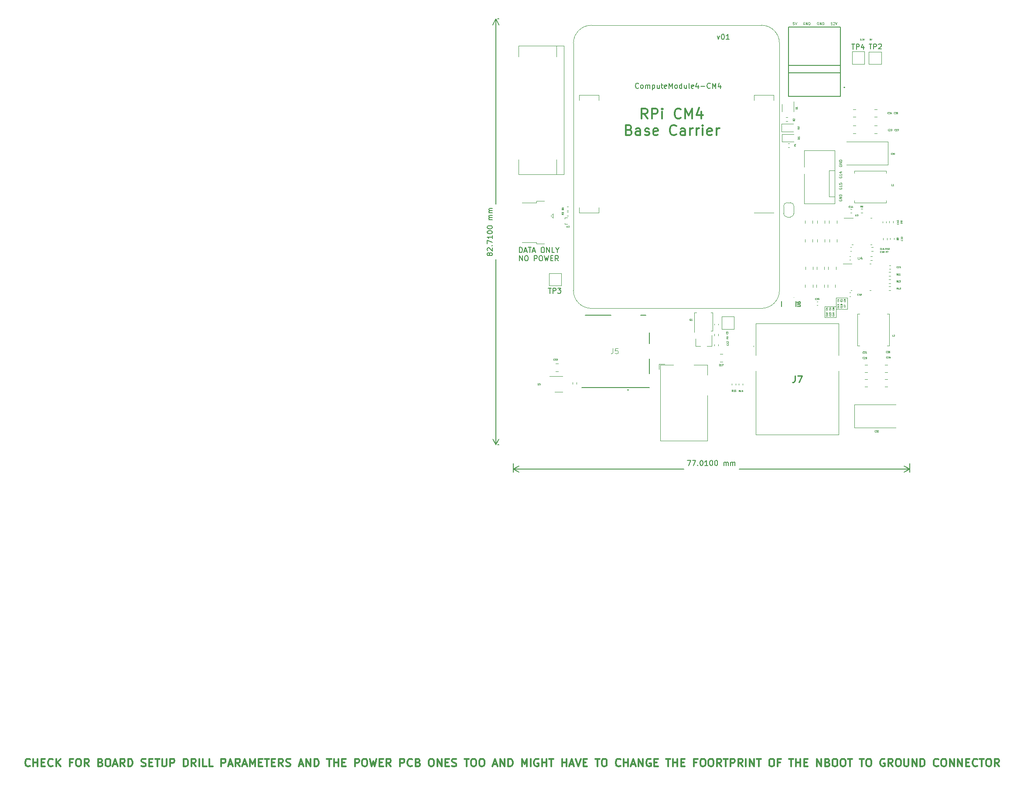
<source format=gto>
%TF.GenerationSoftware,KiCad,Pcbnew,(5.99.0-11164-g062c4fda62)*%
%TF.CreationDate,2021-09-01T15:58:56+05:30*%
%TF.ProjectId,rpi-cm4-base-carrier,7270692d-636d-4342-9d62-6173652d6361,v01*%
%TF.SameCoordinates,Original*%
%TF.FileFunction,Legend,Top*%
%TF.FilePolarity,Positive*%
%FSLAX46Y46*%
G04 Gerber Fmt 4.6, Leading zero omitted, Abs format (unit mm)*
G04 Created by KiCad (PCBNEW (5.99.0-11164-g062c4fda62)) date 2021-09-01 15:58:56*
%MOMM*%
%LPD*%
G01*
G04 APERTURE LIST*
%ADD10C,0.050000*%
%ADD11C,0.040000*%
%ADD12C,0.200000*%
%ADD13C,0.300000*%
%ADD14C,0.100000*%
%ADD15C,0.150000*%
%ADD16C,0.060000*%
%ADD17C,0.254000*%
%ADD18C,0.015000*%
%ADD19C,0.120000*%
%ADD20C,0.127000*%
G04 APERTURE END LIST*
D10*
X170920000Y-100860000D02*
X173110000Y-100860000D01*
X173110000Y-100860000D02*
X173110000Y-103030000D01*
X173110000Y-103030000D02*
X170920000Y-103030000D01*
X170920000Y-103030000D02*
X170920000Y-100860000D01*
X173120000Y-99220000D02*
X175310000Y-99220000D01*
X175310000Y-99220000D02*
X175310000Y-101390000D01*
X175310000Y-101390000D02*
X173120000Y-101390000D01*
X173120000Y-101390000D02*
X173120000Y-99220000D01*
D11*
X174287142Y-99750000D02*
X174301428Y-99764285D01*
X174315714Y-99807142D01*
X174315714Y-99835714D01*
X174301428Y-99878571D01*
X174272857Y-99907142D01*
X174244285Y-99921428D01*
X174187142Y-99935714D01*
X174144285Y-99935714D01*
X174087142Y-99921428D01*
X174058571Y-99907142D01*
X174030000Y-99878571D01*
X174015714Y-99835714D01*
X174015714Y-99807142D01*
X174030000Y-99764285D01*
X174044285Y-99750000D01*
X174044285Y-99635714D02*
X174030000Y-99621428D01*
X174015714Y-99592857D01*
X174015714Y-99521428D01*
X174030000Y-99492857D01*
X174044285Y-99478571D01*
X174072857Y-99464285D01*
X174101428Y-99464285D01*
X174144285Y-99478571D01*
X174315714Y-99650000D01*
X174315714Y-99464285D01*
D12*
X111668095Y-90417380D02*
X111668095Y-89417380D01*
X111906190Y-89417380D01*
X112049047Y-89465000D01*
X112144285Y-89560238D01*
X112191904Y-89655476D01*
X112239523Y-89845952D01*
X112239523Y-89988809D01*
X112191904Y-90179285D01*
X112144285Y-90274523D01*
X112049047Y-90369761D01*
X111906190Y-90417380D01*
X111668095Y-90417380D01*
X112620476Y-90131666D02*
X113096666Y-90131666D01*
X112525238Y-90417380D02*
X112858571Y-89417380D01*
X113191904Y-90417380D01*
X113382380Y-89417380D02*
X113953809Y-89417380D01*
X113668095Y-90417380D02*
X113668095Y-89417380D01*
X114239523Y-90131666D02*
X114715714Y-90131666D01*
X114144285Y-90417380D02*
X114477619Y-89417380D01*
X114810952Y-90417380D01*
X116096666Y-89417380D02*
X116287142Y-89417380D01*
X116382380Y-89465000D01*
X116477619Y-89560238D01*
X116525238Y-89750714D01*
X116525238Y-90084047D01*
X116477619Y-90274523D01*
X116382380Y-90369761D01*
X116287142Y-90417380D01*
X116096666Y-90417380D01*
X116001428Y-90369761D01*
X115906190Y-90274523D01*
X115858571Y-90084047D01*
X115858571Y-89750714D01*
X115906190Y-89560238D01*
X116001428Y-89465000D01*
X116096666Y-89417380D01*
X116953809Y-90417380D02*
X116953809Y-89417380D01*
X117525238Y-90417380D01*
X117525238Y-89417380D01*
X118477619Y-90417380D02*
X118001428Y-90417380D01*
X118001428Y-89417380D01*
X119001428Y-89941190D02*
X119001428Y-90417380D01*
X118668095Y-89417380D02*
X119001428Y-89941190D01*
X119334761Y-89417380D01*
X111691904Y-92027380D02*
X111691904Y-91027380D01*
X112263333Y-92027380D01*
X112263333Y-91027380D01*
X112930000Y-91027380D02*
X113120476Y-91027380D01*
X113215714Y-91075000D01*
X113310952Y-91170238D01*
X113358571Y-91360714D01*
X113358571Y-91694047D01*
X113310952Y-91884523D01*
X113215714Y-91979761D01*
X113120476Y-92027380D01*
X112930000Y-92027380D01*
X112834761Y-91979761D01*
X112739523Y-91884523D01*
X112691904Y-91694047D01*
X112691904Y-91360714D01*
X112739523Y-91170238D01*
X112834761Y-91075000D01*
X112930000Y-91027380D01*
X114549047Y-92027380D02*
X114549047Y-91027380D01*
X114930000Y-91027380D01*
X115025238Y-91075000D01*
X115072857Y-91122619D01*
X115120476Y-91217857D01*
X115120476Y-91360714D01*
X115072857Y-91455952D01*
X115025238Y-91503571D01*
X114930000Y-91551190D01*
X114549047Y-91551190D01*
X115739523Y-91027380D02*
X115930000Y-91027380D01*
X116025238Y-91075000D01*
X116120476Y-91170238D01*
X116168095Y-91360714D01*
X116168095Y-91694047D01*
X116120476Y-91884523D01*
X116025238Y-91979761D01*
X115930000Y-92027380D01*
X115739523Y-92027380D01*
X115644285Y-91979761D01*
X115549047Y-91884523D01*
X115501428Y-91694047D01*
X115501428Y-91360714D01*
X115549047Y-91170238D01*
X115644285Y-91075000D01*
X115739523Y-91027380D01*
X116501428Y-91027380D02*
X116739523Y-92027380D01*
X116930000Y-91313095D01*
X117120476Y-92027380D01*
X117358571Y-91027380D01*
X117739523Y-91503571D02*
X118072857Y-91503571D01*
X118215714Y-92027380D02*
X117739523Y-92027380D01*
X117739523Y-91027380D01*
X118215714Y-91027380D01*
X119215714Y-92027380D02*
X118882380Y-91551190D01*
X118644285Y-92027380D02*
X118644285Y-91027380D01*
X119025238Y-91027380D01*
X119120476Y-91075000D01*
X119168095Y-91122619D01*
X119215714Y-91217857D01*
X119215714Y-91360714D01*
X119168095Y-91455952D01*
X119120476Y-91503571D01*
X119025238Y-91551190D01*
X118644285Y-91551190D01*
D11*
X118457142Y-111297142D02*
X118442857Y-111311428D01*
X118400000Y-111325714D01*
X118371428Y-111325714D01*
X118328571Y-111311428D01*
X118300000Y-111282857D01*
X118285714Y-111254285D01*
X118271428Y-111197142D01*
X118271428Y-111154285D01*
X118285714Y-111097142D01*
X118300000Y-111068571D01*
X118328571Y-111040000D01*
X118371428Y-111025714D01*
X118400000Y-111025714D01*
X118442857Y-111040000D01*
X118457142Y-111054285D01*
X118557142Y-111025714D02*
X118742857Y-111025714D01*
X118642857Y-111140000D01*
X118685714Y-111140000D01*
X118714285Y-111154285D01*
X118728571Y-111168571D01*
X118742857Y-111197142D01*
X118742857Y-111268571D01*
X118728571Y-111297142D01*
X118714285Y-111311428D01*
X118685714Y-111325714D01*
X118600000Y-111325714D01*
X118571428Y-111311428D01*
X118557142Y-111297142D01*
X118842857Y-111025714D02*
X119028571Y-111025714D01*
X118928571Y-111140000D01*
X118971428Y-111140000D01*
X119000000Y-111154285D01*
X119014285Y-111168571D01*
X119028571Y-111197142D01*
X119028571Y-111268571D01*
X119014285Y-111297142D01*
X119000000Y-111311428D01*
X118971428Y-111325714D01*
X118885714Y-111325714D01*
X118857142Y-111311428D01*
X118842857Y-111297142D01*
X186017142Y-87902857D02*
X186031428Y-87917142D01*
X186045714Y-87960000D01*
X186045714Y-87988571D01*
X186031428Y-88031428D01*
X186002857Y-88060000D01*
X185974285Y-88074285D01*
X185917142Y-88088571D01*
X185874285Y-88088571D01*
X185817142Y-88074285D01*
X185788571Y-88060000D01*
X185760000Y-88031428D01*
X185745714Y-87988571D01*
X185745714Y-87960000D01*
X185760000Y-87917142D01*
X185774285Y-87902857D01*
X185774285Y-87788571D02*
X185760000Y-87774285D01*
X185745714Y-87745714D01*
X185745714Y-87674285D01*
X185760000Y-87645714D01*
X185774285Y-87631428D01*
X185802857Y-87617142D01*
X185831428Y-87617142D01*
X185874285Y-87631428D01*
X186045714Y-87802857D01*
X186045714Y-87617142D01*
X185774285Y-87502857D02*
X185760000Y-87488571D01*
X185745714Y-87460000D01*
X185745714Y-87388571D01*
X185760000Y-87360000D01*
X185774285Y-87345714D01*
X185802857Y-87331428D01*
X185831428Y-87331428D01*
X185874285Y-87345714D01*
X186045714Y-87517142D01*
X186045714Y-87331428D01*
D13*
X136535713Y-64414761D02*
X135869046Y-63462380D01*
X135392856Y-64414761D02*
X135392856Y-62414761D01*
X136154760Y-62414761D01*
X136345237Y-62510000D01*
X136440475Y-62605238D01*
X136535713Y-62795714D01*
X136535713Y-63081428D01*
X136440475Y-63271904D01*
X136345237Y-63367142D01*
X136154760Y-63462380D01*
X135392856Y-63462380D01*
X137392856Y-64414761D02*
X137392856Y-62414761D01*
X138154760Y-62414761D01*
X138345237Y-62510000D01*
X138440475Y-62605238D01*
X138535713Y-62795714D01*
X138535713Y-63081428D01*
X138440475Y-63271904D01*
X138345237Y-63367142D01*
X138154760Y-63462380D01*
X137392856Y-63462380D01*
X139392856Y-64414761D02*
X139392856Y-63081428D01*
X139392856Y-62414761D02*
X139297618Y-62510000D01*
X139392856Y-62605238D01*
X139488094Y-62510000D01*
X139392856Y-62414761D01*
X139392856Y-62605238D01*
X143011903Y-64224285D02*
X142916665Y-64319523D01*
X142630951Y-64414761D01*
X142440475Y-64414761D01*
X142154760Y-64319523D01*
X141964284Y-64129047D01*
X141869046Y-63938571D01*
X141773808Y-63557619D01*
X141773808Y-63271904D01*
X141869046Y-62890952D01*
X141964284Y-62700476D01*
X142154760Y-62510000D01*
X142440475Y-62414761D01*
X142630951Y-62414761D01*
X142916665Y-62510000D01*
X143011903Y-62605238D01*
X143869046Y-64414761D02*
X143869046Y-62414761D01*
X144535713Y-63843333D01*
X145202379Y-62414761D01*
X145202379Y-64414761D01*
X147011903Y-63081428D02*
X147011903Y-64414761D01*
X146535713Y-62319523D02*
X146059522Y-63748095D01*
X147297618Y-63748095D01*
X132964284Y-66587142D02*
X133249999Y-66682380D01*
X133345237Y-66777619D01*
X133440475Y-66968095D01*
X133440475Y-67253809D01*
X133345237Y-67444285D01*
X133249999Y-67539523D01*
X133059522Y-67634761D01*
X132297618Y-67634761D01*
X132297618Y-65634761D01*
X132964284Y-65634761D01*
X133154760Y-65730000D01*
X133249999Y-65825238D01*
X133345237Y-66015714D01*
X133345237Y-66206190D01*
X133249999Y-66396666D01*
X133154760Y-66491904D01*
X132964284Y-66587142D01*
X132297618Y-66587142D01*
X135154760Y-67634761D02*
X135154760Y-66587142D01*
X135059522Y-66396666D01*
X134869046Y-66301428D01*
X134488094Y-66301428D01*
X134297618Y-66396666D01*
X135154760Y-67539523D02*
X134964284Y-67634761D01*
X134488094Y-67634761D01*
X134297618Y-67539523D01*
X134202379Y-67349047D01*
X134202379Y-67158571D01*
X134297618Y-66968095D01*
X134488094Y-66872857D01*
X134964284Y-66872857D01*
X135154760Y-66777619D01*
X136011903Y-67539523D02*
X136202379Y-67634761D01*
X136583332Y-67634761D01*
X136773808Y-67539523D01*
X136869046Y-67349047D01*
X136869046Y-67253809D01*
X136773808Y-67063333D01*
X136583332Y-66968095D01*
X136297618Y-66968095D01*
X136107141Y-66872857D01*
X136011903Y-66682380D01*
X136011903Y-66587142D01*
X136107141Y-66396666D01*
X136297618Y-66301428D01*
X136583332Y-66301428D01*
X136773808Y-66396666D01*
X138488094Y-67539523D02*
X138297618Y-67634761D01*
X137916665Y-67634761D01*
X137726189Y-67539523D01*
X137630951Y-67349047D01*
X137630951Y-66587142D01*
X137726189Y-66396666D01*
X137916665Y-66301428D01*
X138297618Y-66301428D01*
X138488094Y-66396666D01*
X138583332Y-66587142D01*
X138583332Y-66777619D01*
X137630951Y-66968095D01*
X142107141Y-67444285D02*
X142011903Y-67539523D01*
X141726189Y-67634761D01*
X141535713Y-67634761D01*
X141249999Y-67539523D01*
X141059522Y-67349047D01*
X140964284Y-67158571D01*
X140869046Y-66777619D01*
X140869046Y-66491904D01*
X140964284Y-66110952D01*
X141059522Y-65920476D01*
X141249999Y-65730000D01*
X141535713Y-65634761D01*
X141726189Y-65634761D01*
X142011903Y-65730000D01*
X142107141Y-65825238D01*
X143821427Y-67634761D02*
X143821427Y-66587142D01*
X143726189Y-66396666D01*
X143535713Y-66301428D01*
X143154760Y-66301428D01*
X142964284Y-66396666D01*
X143821427Y-67539523D02*
X143630951Y-67634761D01*
X143154760Y-67634761D01*
X142964284Y-67539523D01*
X142869046Y-67349047D01*
X142869046Y-67158571D01*
X142964284Y-66968095D01*
X143154760Y-66872857D01*
X143630951Y-66872857D01*
X143821427Y-66777619D01*
X144773808Y-67634761D02*
X144773808Y-66301428D01*
X144773808Y-66682380D02*
X144869046Y-66491904D01*
X144964284Y-66396666D01*
X145154760Y-66301428D01*
X145345237Y-66301428D01*
X146011903Y-67634761D02*
X146011903Y-66301428D01*
X146011903Y-66682380D02*
X146107141Y-66491904D01*
X146202379Y-66396666D01*
X146392856Y-66301428D01*
X146583332Y-66301428D01*
X147249999Y-67634761D02*
X147249999Y-66301428D01*
X147249999Y-65634761D02*
X147154760Y-65730000D01*
X147249999Y-65825238D01*
X147345237Y-65730000D01*
X147249999Y-65634761D01*
X147249999Y-65825238D01*
X148964284Y-67539523D02*
X148773808Y-67634761D01*
X148392856Y-67634761D01*
X148202379Y-67539523D01*
X148107141Y-67349047D01*
X148107141Y-66587142D01*
X148202379Y-66396666D01*
X148392856Y-66301428D01*
X148773808Y-66301428D01*
X148964284Y-66396666D01*
X149059522Y-66587142D01*
X149059522Y-66777619D01*
X148107141Y-66968095D01*
X149916665Y-67634761D02*
X149916665Y-66301428D01*
X149916665Y-66682380D02*
X150011903Y-66491904D01*
X150107141Y-66396666D01*
X150297618Y-66301428D01*
X150488094Y-66301428D01*
D11*
X174287142Y-100972857D02*
X174301428Y-100987142D01*
X174315714Y-101030000D01*
X174315714Y-101058571D01*
X174301428Y-101101428D01*
X174272857Y-101130000D01*
X174244285Y-101144285D01*
X174187142Y-101158571D01*
X174144285Y-101158571D01*
X174087142Y-101144285D01*
X174058571Y-101130000D01*
X174030000Y-101101428D01*
X174015714Y-101058571D01*
X174015714Y-101030000D01*
X174030000Y-100987142D01*
X174044285Y-100972857D01*
X174315714Y-100687142D02*
X174315714Y-100858571D01*
X174315714Y-100772857D02*
X174015714Y-100772857D01*
X174058571Y-100801428D01*
X174087142Y-100830000D01*
X174101428Y-100858571D01*
X174315714Y-100544285D02*
X174315714Y-100487142D01*
X174301428Y-100458571D01*
X174287142Y-100444285D01*
X174244285Y-100415714D01*
X174187142Y-100401428D01*
X174072857Y-100401428D01*
X174044285Y-100415714D01*
X174030000Y-100430000D01*
X174015714Y-100458571D01*
X174015714Y-100515714D01*
X174030000Y-100544285D01*
X174044285Y-100558571D01*
X174072857Y-100572857D01*
X174144285Y-100572857D01*
X174172857Y-100558571D01*
X174187142Y-100544285D01*
X174201428Y-100515714D01*
X174201428Y-100458571D01*
X174187142Y-100430000D01*
X174172857Y-100415714D01*
X174144285Y-100401428D01*
X183947142Y-71347142D02*
X183932857Y-71361428D01*
X183890000Y-71375714D01*
X183861428Y-71375714D01*
X183818571Y-71361428D01*
X183790000Y-71332857D01*
X183775714Y-71304285D01*
X183761428Y-71247142D01*
X183761428Y-71204285D01*
X183775714Y-71147142D01*
X183790000Y-71118571D01*
X183818571Y-71090000D01*
X183861428Y-71075714D01*
X183890000Y-71075714D01*
X183932857Y-71090000D01*
X183947142Y-71104285D01*
X184047142Y-71075714D02*
X184232857Y-71075714D01*
X184132857Y-71190000D01*
X184175714Y-71190000D01*
X184204285Y-71204285D01*
X184218571Y-71218571D01*
X184232857Y-71247142D01*
X184232857Y-71318571D01*
X184218571Y-71347142D01*
X184204285Y-71361428D01*
X184175714Y-71375714D01*
X184090000Y-71375714D01*
X184061428Y-71361428D01*
X184047142Y-71347142D01*
X184418571Y-71075714D02*
X184447142Y-71075714D01*
X184475714Y-71090000D01*
X184490000Y-71104285D01*
X184504285Y-71132857D01*
X184518571Y-71190000D01*
X184518571Y-71261428D01*
X184504285Y-71318571D01*
X184490000Y-71347142D01*
X184475714Y-71361428D01*
X184447142Y-71375714D01*
X184418571Y-71375714D01*
X184390000Y-71361428D01*
X184375714Y-71347142D01*
X184361428Y-71318571D01*
X184347142Y-71261428D01*
X184347142Y-71190000D01*
X184361428Y-71132857D01*
X184375714Y-71104285D01*
X184390000Y-71090000D01*
X184418571Y-71075714D01*
X152155714Y-106990000D02*
X152012857Y-107090000D01*
X152155714Y-107161428D02*
X151855714Y-107161428D01*
X151855714Y-107047142D01*
X151870000Y-107018571D01*
X151884285Y-107004285D01*
X151912857Y-106990000D01*
X151955714Y-106990000D01*
X151984285Y-107004285D01*
X151998571Y-107018571D01*
X152012857Y-107047142D01*
X152012857Y-107161428D01*
X151855714Y-106718571D02*
X151855714Y-106861428D01*
X151998571Y-106875714D01*
X151984285Y-106861428D01*
X151970000Y-106832857D01*
X151970000Y-106761428D01*
X151984285Y-106732857D01*
X151998571Y-106718571D01*
X152027142Y-106704285D01*
X152098571Y-106704285D01*
X152127142Y-106718571D01*
X152141428Y-106732857D01*
X152155714Y-106761428D01*
X152155714Y-106832857D01*
X152141428Y-106861428D01*
X152127142Y-106875714D01*
X169267142Y-99517142D02*
X169252857Y-99531428D01*
X169210000Y-99545714D01*
X169181428Y-99545714D01*
X169138571Y-99531428D01*
X169110000Y-99502857D01*
X169095714Y-99474285D01*
X169081428Y-99417142D01*
X169081428Y-99374285D01*
X169095714Y-99317142D01*
X169110000Y-99288571D01*
X169138571Y-99260000D01*
X169181428Y-99245714D01*
X169210000Y-99245714D01*
X169252857Y-99260000D01*
X169267142Y-99274285D01*
X169367142Y-99245714D02*
X169552857Y-99245714D01*
X169452857Y-99360000D01*
X169495714Y-99360000D01*
X169524285Y-99374285D01*
X169538571Y-99388571D01*
X169552857Y-99417142D01*
X169552857Y-99488571D01*
X169538571Y-99517142D01*
X169524285Y-99531428D01*
X169495714Y-99545714D01*
X169410000Y-99545714D01*
X169381428Y-99531428D01*
X169367142Y-99517142D01*
X169810000Y-99345714D02*
X169810000Y-99545714D01*
X169738571Y-99231428D02*
X169667142Y-99445714D01*
X169852857Y-99445714D01*
X181877142Y-90387142D02*
X181862857Y-90401428D01*
X181820000Y-90415714D01*
X181791428Y-90415714D01*
X181748571Y-90401428D01*
X181720000Y-90372857D01*
X181705714Y-90344285D01*
X181691428Y-90287142D01*
X181691428Y-90244285D01*
X181705714Y-90187142D01*
X181720000Y-90158571D01*
X181748571Y-90130000D01*
X181791428Y-90115714D01*
X181820000Y-90115714D01*
X181862857Y-90130000D01*
X181877142Y-90144285D01*
X182162857Y-90415714D02*
X181991428Y-90415714D01*
X182077142Y-90415714D02*
X182077142Y-90115714D01*
X182048571Y-90158571D01*
X182020000Y-90187142D01*
X181991428Y-90201428D01*
X182334285Y-90244285D02*
X182305714Y-90230000D01*
X182291428Y-90215714D01*
X182277142Y-90187142D01*
X182277142Y-90172857D01*
X182291428Y-90144285D01*
X182305714Y-90130000D01*
X182334285Y-90115714D01*
X182391428Y-90115714D01*
X182420000Y-90130000D01*
X182434285Y-90144285D01*
X182448571Y-90172857D01*
X182448571Y-90187142D01*
X182434285Y-90215714D01*
X182420000Y-90230000D01*
X182391428Y-90244285D01*
X182334285Y-90244285D01*
X182305714Y-90258571D01*
X182291428Y-90272857D01*
X182277142Y-90301428D01*
X182277142Y-90358571D01*
X182291428Y-90387142D01*
X182305714Y-90401428D01*
X182334285Y-90415714D01*
X182391428Y-90415714D01*
X182420000Y-90401428D01*
X182434285Y-90387142D01*
X182448571Y-90358571D01*
X182448571Y-90301428D01*
X182434285Y-90272857D01*
X182420000Y-90258571D01*
X182391428Y-90244285D01*
X184210000Y-106675714D02*
X184067142Y-106675714D01*
X184067142Y-106375714D01*
X184295714Y-106404285D02*
X184310000Y-106390000D01*
X184338571Y-106375714D01*
X184410000Y-106375714D01*
X184438571Y-106390000D01*
X184452857Y-106404285D01*
X184467142Y-106432857D01*
X184467142Y-106461428D01*
X184452857Y-106504285D01*
X184281428Y-106675714D01*
X184467142Y-106675714D01*
X165285714Y-69560000D02*
X165142857Y-69660000D01*
X165285714Y-69731428D02*
X164985714Y-69731428D01*
X164985714Y-69617142D01*
X165000000Y-69588571D01*
X165014285Y-69574285D01*
X165042857Y-69560000D01*
X165085714Y-69560000D01*
X165114285Y-69574285D01*
X165128571Y-69588571D01*
X165142857Y-69617142D01*
X165142857Y-69731428D01*
X165285714Y-69274285D02*
X165285714Y-69445714D01*
X165285714Y-69360000D02*
X164985714Y-69360000D01*
X165028571Y-69388571D01*
X165057142Y-69417142D01*
X165071428Y-69445714D01*
X184667142Y-66737142D02*
X184652857Y-66751428D01*
X184610000Y-66765714D01*
X184581428Y-66765714D01*
X184538571Y-66751428D01*
X184510000Y-66722857D01*
X184495714Y-66694285D01*
X184481428Y-66637142D01*
X184481428Y-66594285D01*
X184495714Y-66537142D01*
X184510000Y-66508571D01*
X184538571Y-66480000D01*
X184581428Y-66465714D01*
X184610000Y-66465714D01*
X184652857Y-66480000D01*
X184667142Y-66494285D01*
X184781428Y-66494285D02*
X184795714Y-66480000D01*
X184824285Y-66465714D01*
X184895714Y-66465714D01*
X184924285Y-66480000D01*
X184938571Y-66494285D01*
X184952857Y-66522857D01*
X184952857Y-66551428D01*
X184938571Y-66594285D01*
X184767142Y-66765714D01*
X184952857Y-66765714D01*
X185052857Y-66465714D02*
X185252857Y-66465714D01*
X185124285Y-66765714D01*
X152107142Y-106050000D02*
X152121428Y-106064285D01*
X152135714Y-106107142D01*
X152135714Y-106135714D01*
X152121428Y-106178571D01*
X152092857Y-106207142D01*
X152064285Y-106221428D01*
X152007142Y-106235714D01*
X151964285Y-106235714D01*
X151907142Y-106221428D01*
X151878571Y-106207142D01*
X151850000Y-106178571D01*
X151835714Y-106135714D01*
X151835714Y-106107142D01*
X151850000Y-106064285D01*
X151864285Y-106050000D01*
X151835714Y-105950000D02*
X151835714Y-105764285D01*
X151950000Y-105864285D01*
X151950000Y-105821428D01*
X151964285Y-105792857D01*
X151978571Y-105778571D01*
X152007142Y-105764285D01*
X152078571Y-105764285D01*
X152107142Y-105778571D01*
X152121428Y-105792857D01*
X152135714Y-105821428D01*
X152135714Y-105907142D01*
X152121428Y-105935714D01*
X152107142Y-105950000D01*
X175797142Y-81637142D02*
X175782857Y-81651428D01*
X175740000Y-81665714D01*
X175711428Y-81665714D01*
X175668571Y-81651428D01*
X175640000Y-81622857D01*
X175625714Y-81594285D01*
X175611428Y-81537142D01*
X175611428Y-81494285D01*
X175625714Y-81437142D01*
X175640000Y-81408571D01*
X175668571Y-81380000D01*
X175711428Y-81365714D01*
X175740000Y-81365714D01*
X175782857Y-81380000D01*
X175797142Y-81394285D01*
X176082857Y-81665714D02*
X175911428Y-81665714D01*
X175997142Y-81665714D02*
X175997142Y-81365714D01*
X175968571Y-81408571D01*
X175940000Y-81437142D01*
X175911428Y-81451428D01*
X176340000Y-81465714D02*
X176340000Y-81665714D01*
X176268571Y-81351428D02*
X176197142Y-81565714D01*
X176382857Y-81565714D01*
X178020000Y-81615714D02*
X177920000Y-81472857D01*
X177848571Y-81615714D02*
X177848571Y-81315714D01*
X177962857Y-81315714D01*
X177991428Y-81330000D01*
X178005714Y-81344285D01*
X178020000Y-81372857D01*
X178020000Y-81415714D01*
X178005714Y-81444285D01*
X177991428Y-81458571D01*
X177962857Y-81472857D01*
X177848571Y-81472857D01*
X178277142Y-81315714D02*
X178220000Y-81315714D01*
X178191428Y-81330000D01*
X178177142Y-81344285D01*
X178148571Y-81387142D01*
X178134285Y-81444285D01*
X178134285Y-81558571D01*
X178148571Y-81587142D01*
X178162857Y-81601428D01*
X178191428Y-81615714D01*
X178248571Y-81615714D01*
X178277142Y-81601428D01*
X178291428Y-81587142D01*
X178305714Y-81558571D01*
X178305714Y-81487142D01*
X178291428Y-81458571D01*
X178277142Y-81444285D01*
X178248571Y-81430000D01*
X178191428Y-81430000D01*
X178162857Y-81444285D01*
X178148571Y-81458571D01*
X178134285Y-81487142D01*
X185975714Y-84510000D02*
X185832857Y-84610000D01*
X185975714Y-84681428D02*
X185675714Y-84681428D01*
X185675714Y-84567142D01*
X185690000Y-84538571D01*
X185704285Y-84524285D01*
X185732857Y-84510000D01*
X185775714Y-84510000D01*
X185804285Y-84524285D01*
X185818571Y-84538571D01*
X185832857Y-84567142D01*
X185832857Y-84681428D01*
X185804285Y-84338571D02*
X185790000Y-84367142D01*
X185775714Y-84381428D01*
X185747142Y-84395714D01*
X185732857Y-84395714D01*
X185704285Y-84381428D01*
X185690000Y-84367142D01*
X185675714Y-84338571D01*
X185675714Y-84281428D01*
X185690000Y-84252857D01*
X185704285Y-84238571D01*
X185732857Y-84224285D01*
X185747142Y-84224285D01*
X185775714Y-84238571D01*
X185790000Y-84252857D01*
X185804285Y-84281428D01*
X185804285Y-84338571D01*
X185818571Y-84367142D01*
X185832857Y-84381428D01*
X185861428Y-84395714D01*
X185918571Y-84395714D01*
X185947142Y-84381428D01*
X185961428Y-84367142D01*
X185975714Y-84338571D01*
X185975714Y-84281428D01*
X185961428Y-84252857D01*
X185947142Y-84238571D01*
X185918571Y-84224285D01*
X185861428Y-84224285D01*
X185832857Y-84238571D01*
X185818571Y-84252857D01*
X185804285Y-84281428D01*
X185057142Y-97535714D02*
X184957142Y-97392857D01*
X184885714Y-97535714D02*
X184885714Y-97235714D01*
X185000000Y-97235714D01*
X185028571Y-97250000D01*
X185042857Y-97264285D01*
X185057142Y-97292857D01*
X185057142Y-97335714D01*
X185042857Y-97364285D01*
X185028571Y-97378571D01*
X185000000Y-97392857D01*
X184885714Y-97392857D01*
X185342857Y-97535714D02*
X185171428Y-97535714D01*
X185257142Y-97535714D02*
X185257142Y-97235714D01*
X185228571Y-97278571D01*
X185200000Y-97307142D01*
X185171428Y-97321428D01*
X185457142Y-97264285D02*
X185471428Y-97250000D01*
X185500000Y-97235714D01*
X185571428Y-97235714D01*
X185600000Y-97250000D01*
X185614285Y-97264285D01*
X185628571Y-97292857D01*
X185628571Y-97321428D01*
X185614285Y-97364285D01*
X185442857Y-97535714D01*
X185628571Y-97535714D01*
X182897142Y-89825714D02*
X182797142Y-89682857D01*
X182725714Y-89825714D02*
X182725714Y-89525714D01*
X182840000Y-89525714D01*
X182868571Y-89540000D01*
X182882857Y-89554285D01*
X182897142Y-89582857D01*
X182897142Y-89625714D01*
X182882857Y-89654285D01*
X182868571Y-89668571D01*
X182840000Y-89682857D01*
X182725714Y-89682857D01*
X183182857Y-89825714D02*
X183011428Y-89825714D01*
X183097142Y-89825714D02*
X183097142Y-89525714D01*
X183068571Y-89568571D01*
X183040000Y-89597142D01*
X183011428Y-89611428D01*
X183368571Y-89525714D02*
X183397142Y-89525714D01*
X183425714Y-89540000D01*
X183440000Y-89554285D01*
X183454285Y-89582857D01*
X183468571Y-89640000D01*
X183468571Y-89711428D01*
X183454285Y-89768571D01*
X183440000Y-89797142D01*
X183425714Y-89811428D01*
X183397142Y-89825714D01*
X183368571Y-89825714D01*
X183340000Y-89811428D01*
X183325714Y-89797142D01*
X183311428Y-89768571D01*
X183297142Y-89711428D01*
X183297142Y-89640000D01*
X183311428Y-89582857D01*
X183325714Y-89554285D01*
X183340000Y-89540000D01*
X183368571Y-89525714D01*
X185227142Y-84702857D02*
X185241428Y-84717142D01*
X185255714Y-84760000D01*
X185255714Y-84788571D01*
X185241428Y-84831428D01*
X185212857Y-84860000D01*
X185184285Y-84874285D01*
X185127142Y-84888571D01*
X185084285Y-84888571D01*
X185027142Y-84874285D01*
X184998571Y-84860000D01*
X184970000Y-84831428D01*
X184955714Y-84788571D01*
X184955714Y-84760000D01*
X184970000Y-84717142D01*
X184984285Y-84702857D01*
X185255714Y-84417142D02*
X185255714Y-84588571D01*
X185255714Y-84502857D02*
X184955714Y-84502857D01*
X184998571Y-84531428D01*
X185027142Y-84560000D01*
X185041428Y-84588571D01*
X185055714Y-84160000D02*
X185255714Y-84160000D01*
X184941428Y-84231428D02*
X185155714Y-84302857D01*
X185155714Y-84117142D01*
X177467142Y-98687142D02*
X177452857Y-98701428D01*
X177410000Y-98715714D01*
X177381428Y-98715714D01*
X177338571Y-98701428D01*
X177310000Y-98672857D01*
X177295714Y-98644285D01*
X177281428Y-98587142D01*
X177281428Y-98544285D01*
X177295714Y-98487142D01*
X177310000Y-98458571D01*
X177338571Y-98430000D01*
X177381428Y-98415714D01*
X177410000Y-98415714D01*
X177452857Y-98430000D01*
X177467142Y-98444285D01*
X177752857Y-98715714D02*
X177581428Y-98715714D01*
X177667142Y-98715714D02*
X177667142Y-98415714D01*
X177638571Y-98458571D01*
X177610000Y-98487142D01*
X177581428Y-98501428D01*
X177895714Y-98715714D02*
X177952857Y-98715714D01*
X177981428Y-98701428D01*
X177995714Y-98687142D01*
X178024285Y-98644285D01*
X178038571Y-98587142D01*
X178038571Y-98472857D01*
X178024285Y-98444285D01*
X178010000Y-98430000D01*
X177981428Y-98415714D01*
X177924285Y-98415714D01*
X177895714Y-98430000D01*
X177881428Y-98444285D01*
X177867142Y-98472857D01*
X177867142Y-98544285D01*
X177881428Y-98572857D01*
X177895714Y-98587142D01*
X177924285Y-98601428D01*
X177981428Y-98601428D01*
X178010000Y-98587142D01*
X178024285Y-98572857D01*
X178038571Y-98544285D01*
X182950000Y-90415714D02*
X182850000Y-90272857D01*
X182778571Y-90415714D02*
X182778571Y-90115714D01*
X182892857Y-90115714D01*
X182921428Y-90130000D01*
X182935714Y-90144285D01*
X182950000Y-90172857D01*
X182950000Y-90215714D01*
X182935714Y-90244285D01*
X182921428Y-90258571D01*
X182892857Y-90272857D01*
X182778571Y-90272857D01*
X183050000Y-90115714D02*
X183250000Y-90115714D01*
X183121428Y-90415714D01*
X173637142Y-99750000D02*
X173651428Y-99764285D01*
X173665714Y-99807142D01*
X173665714Y-99835714D01*
X173651428Y-99878571D01*
X173622857Y-99907142D01*
X173594285Y-99921428D01*
X173537142Y-99935714D01*
X173494285Y-99935714D01*
X173437142Y-99921428D01*
X173408571Y-99907142D01*
X173380000Y-99878571D01*
X173365714Y-99835714D01*
X173365714Y-99807142D01*
X173380000Y-99764285D01*
X173394285Y-99750000D01*
X173665714Y-99464285D02*
X173665714Y-99635714D01*
X173665714Y-99550000D02*
X173365714Y-99550000D01*
X173408571Y-99578571D01*
X173437142Y-99607142D01*
X173451428Y-99635714D01*
X165065714Y-64660000D02*
X164922857Y-64760000D01*
X165065714Y-64831428D02*
X164765714Y-64831428D01*
X164765714Y-64717142D01*
X164780000Y-64688571D01*
X164794285Y-64674285D01*
X164822857Y-64660000D01*
X164865714Y-64660000D01*
X164894285Y-64674285D01*
X164908571Y-64688571D01*
X164922857Y-64717142D01*
X164922857Y-64831428D01*
X164794285Y-64545714D02*
X164780000Y-64531428D01*
X164765714Y-64502857D01*
X164765714Y-64431428D01*
X164780000Y-64402857D01*
X164794285Y-64388571D01*
X164822857Y-64374285D01*
X164851428Y-64374285D01*
X164894285Y-64388571D01*
X165065714Y-64560000D01*
X165065714Y-64374285D01*
X172087142Y-101390000D02*
X172101428Y-101404285D01*
X172115714Y-101447142D01*
X172115714Y-101475714D01*
X172101428Y-101518571D01*
X172072857Y-101547142D01*
X172044285Y-101561428D01*
X171987142Y-101575714D01*
X171944285Y-101575714D01*
X171887142Y-101561428D01*
X171858571Y-101547142D01*
X171830000Y-101518571D01*
X171815714Y-101475714D01*
X171815714Y-101447142D01*
X171830000Y-101404285D01*
X171844285Y-101390000D01*
X171815714Y-101132857D02*
X171815714Y-101190000D01*
X171830000Y-101218571D01*
X171844285Y-101232857D01*
X171887142Y-101261428D01*
X171944285Y-101275714D01*
X172058571Y-101275714D01*
X172087142Y-101261428D01*
X172101428Y-101247142D01*
X172115714Y-101218571D01*
X172115714Y-101161428D01*
X172101428Y-101132857D01*
X172087142Y-101118571D01*
X172058571Y-101104285D01*
X171987142Y-101104285D01*
X171958571Y-101118571D01*
X171944285Y-101132857D01*
X171930000Y-101161428D01*
X171930000Y-101218571D01*
X171944285Y-101247142D01*
X171958571Y-101261428D01*
X171987142Y-101275714D01*
X172087142Y-102612857D02*
X172101428Y-102627142D01*
X172115714Y-102670000D01*
X172115714Y-102698571D01*
X172101428Y-102741428D01*
X172072857Y-102770000D01*
X172044285Y-102784285D01*
X171987142Y-102798571D01*
X171944285Y-102798571D01*
X171887142Y-102784285D01*
X171858571Y-102770000D01*
X171830000Y-102741428D01*
X171815714Y-102698571D01*
X171815714Y-102670000D01*
X171830000Y-102627142D01*
X171844285Y-102612857D01*
X172115714Y-102327142D02*
X172115714Y-102498571D01*
X172115714Y-102412857D02*
X171815714Y-102412857D01*
X171858571Y-102441428D01*
X171887142Y-102470000D01*
X171901428Y-102498571D01*
X171815714Y-102227142D02*
X171815714Y-102041428D01*
X171930000Y-102141428D01*
X171930000Y-102098571D01*
X171944285Y-102070000D01*
X171958571Y-102055714D01*
X171987142Y-102041428D01*
X172058571Y-102041428D01*
X172087142Y-102055714D01*
X172101428Y-102070000D01*
X172115714Y-102098571D01*
X172115714Y-102184285D01*
X172101428Y-102212857D01*
X172087142Y-102227142D01*
X180807142Y-125237142D02*
X180792857Y-125251428D01*
X180750000Y-125265714D01*
X180721428Y-125265714D01*
X180678571Y-125251428D01*
X180650000Y-125222857D01*
X180635714Y-125194285D01*
X180621428Y-125137142D01*
X180621428Y-125094285D01*
X180635714Y-125037142D01*
X180650000Y-125008571D01*
X180678571Y-124980000D01*
X180721428Y-124965714D01*
X180750000Y-124965714D01*
X180792857Y-124980000D01*
X180807142Y-124994285D01*
X180907142Y-124965714D02*
X181092857Y-124965714D01*
X180992857Y-125080000D01*
X181035714Y-125080000D01*
X181064285Y-125094285D01*
X181078571Y-125108571D01*
X181092857Y-125137142D01*
X181092857Y-125208571D01*
X181078571Y-125237142D01*
X181064285Y-125251428D01*
X181035714Y-125265714D01*
X180950000Y-125265714D01*
X180921428Y-125251428D01*
X180907142Y-125237142D01*
X181207142Y-124994285D02*
X181221428Y-124980000D01*
X181250000Y-124965714D01*
X181321428Y-124965714D01*
X181350000Y-124980000D01*
X181364285Y-124994285D01*
X181378571Y-125022857D01*
X181378571Y-125051428D01*
X181364285Y-125094285D01*
X181192857Y-125265714D01*
X181378571Y-125265714D01*
X178487142Y-109927142D02*
X178472857Y-109941428D01*
X178430000Y-109955714D01*
X178401428Y-109955714D01*
X178358571Y-109941428D01*
X178330000Y-109912857D01*
X178315714Y-109884285D01*
X178301428Y-109827142D01*
X178301428Y-109784285D01*
X178315714Y-109727142D01*
X178330000Y-109698571D01*
X178358571Y-109670000D01*
X178401428Y-109655714D01*
X178430000Y-109655714D01*
X178472857Y-109670000D01*
X178487142Y-109684285D01*
X178587142Y-109655714D02*
X178772857Y-109655714D01*
X178672857Y-109770000D01*
X178715714Y-109770000D01*
X178744285Y-109784285D01*
X178758571Y-109798571D01*
X178772857Y-109827142D01*
X178772857Y-109898571D01*
X178758571Y-109927142D01*
X178744285Y-109941428D01*
X178715714Y-109955714D01*
X178630000Y-109955714D01*
X178601428Y-109941428D01*
X178587142Y-109927142D01*
X179058571Y-109955714D02*
X178887142Y-109955714D01*
X178972857Y-109955714D02*
X178972857Y-109655714D01*
X178944285Y-109698571D01*
X178915714Y-109727142D01*
X178887142Y-109741428D01*
X120195714Y-82900000D02*
X120052857Y-83000000D01*
X120195714Y-83071428D02*
X119895714Y-83071428D01*
X119895714Y-82957142D01*
X119910000Y-82928571D01*
X119924285Y-82914285D01*
X119952857Y-82900000D01*
X119995714Y-82900000D01*
X120024285Y-82914285D01*
X120038571Y-82928571D01*
X120052857Y-82957142D01*
X120052857Y-83071428D01*
X119895714Y-82800000D02*
X119895714Y-82614285D01*
X120010000Y-82714285D01*
X120010000Y-82671428D01*
X120024285Y-82642857D01*
X120038571Y-82628571D01*
X120067142Y-82614285D01*
X120138571Y-82614285D01*
X120167142Y-82628571D01*
X120181428Y-82642857D01*
X120195714Y-82671428D01*
X120195714Y-82757142D01*
X120181428Y-82785714D01*
X120167142Y-82800000D01*
X185067142Y-93367142D02*
X185052857Y-93381428D01*
X185010000Y-93395714D01*
X184981428Y-93395714D01*
X184938571Y-93381428D01*
X184910000Y-93352857D01*
X184895714Y-93324285D01*
X184881428Y-93267142D01*
X184881428Y-93224285D01*
X184895714Y-93167142D01*
X184910000Y-93138571D01*
X184938571Y-93110000D01*
X184981428Y-93095714D01*
X185010000Y-93095714D01*
X185052857Y-93110000D01*
X185067142Y-93124285D01*
X185181428Y-93124285D02*
X185195714Y-93110000D01*
X185224285Y-93095714D01*
X185295714Y-93095714D01*
X185324285Y-93110000D01*
X185338571Y-93124285D01*
X185352857Y-93152857D01*
X185352857Y-93181428D01*
X185338571Y-93224285D01*
X185167142Y-93395714D01*
X185352857Y-93395714D01*
X185638571Y-93395714D02*
X185467142Y-93395714D01*
X185552857Y-93395714D02*
X185552857Y-93095714D01*
X185524285Y-93138571D01*
X185495714Y-93167142D01*
X185467142Y-93181428D01*
X171437142Y-101390000D02*
X171451428Y-101404285D01*
X171465714Y-101447142D01*
X171465714Y-101475714D01*
X171451428Y-101518571D01*
X171422857Y-101547142D01*
X171394285Y-101561428D01*
X171337142Y-101575714D01*
X171294285Y-101575714D01*
X171237142Y-101561428D01*
X171208571Y-101547142D01*
X171180000Y-101518571D01*
X171165714Y-101475714D01*
X171165714Y-101447142D01*
X171180000Y-101404285D01*
X171194285Y-101390000D01*
X171265714Y-101132857D02*
X171465714Y-101132857D01*
X171151428Y-101204285D02*
X171365714Y-101275714D01*
X171365714Y-101090000D01*
D14*
X173760000Y-80148095D02*
X173736190Y-80195714D01*
X173736190Y-80267142D01*
X173760000Y-80338571D01*
X173807619Y-80386190D01*
X173855238Y-80410000D01*
X173950476Y-80433809D01*
X174021904Y-80433809D01*
X174117142Y-80410000D01*
X174164761Y-80386190D01*
X174212380Y-80338571D01*
X174236190Y-80267142D01*
X174236190Y-80219523D01*
X174212380Y-80148095D01*
X174188571Y-80124285D01*
X174021904Y-80124285D01*
X174021904Y-80219523D01*
X174236190Y-79910000D02*
X173736190Y-79910000D01*
X174236190Y-79624285D01*
X173736190Y-79624285D01*
X174236190Y-79386190D02*
X173736190Y-79386190D01*
X173736190Y-79267142D01*
X173760000Y-79195714D01*
X173807619Y-79148095D01*
X173855238Y-79124285D01*
X173950476Y-79100476D01*
X174021904Y-79100476D01*
X174117142Y-79124285D01*
X174164761Y-79148095D01*
X174212380Y-79195714D01*
X174236190Y-79267142D01*
X174236190Y-79386190D01*
X173760000Y-77862380D02*
X173736190Y-77910000D01*
X173736190Y-77981428D01*
X173760000Y-78052857D01*
X173807619Y-78100476D01*
X173855238Y-78124285D01*
X173950476Y-78148095D01*
X174021904Y-78148095D01*
X174117142Y-78124285D01*
X174164761Y-78100476D01*
X174212380Y-78052857D01*
X174236190Y-77981428D01*
X174236190Y-77933809D01*
X174212380Y-77862380D01*
X174188571Y-77838571D01*
X174021904Y-77838571D01*
X174021904Y-77933809D01*
X174236190Y-77362380D02*
X174236190Y-77648095D01*
X174236190Y-77505238D02*
X173736190Y-77505238D01*
X173807619Y-77552857D01*
X173855238Y-77600476D01*
X173879047Y-77648095D01*
X173736190Y-76910000D02*
X173736190Y-77148095D01*
X173974285Y-77171904D01*
X173950476Y-77148095D01*
X173926666Y-77100476D01*
X173926666Y-76981428D01*
X173950476Y-76933809D01*
X173974285Y-76910000D01*
X174021904Y-76886190D01*
X174140952Y-76886190D01*
X174188571Y-76910000D01*
X174212380Y-76933809D01*
X174236190Y-76981428D01*
X174236190Y-77100476D01*
X174212380Y-77148095D01*
X174188571Y-77171904D01*
X173760000Y-75648095D02*
X173736190Y-75695714D01*
X173736190Y-75767142D01*
X173760000Y-75838571D01*
X173807619Y-75886190D01*
X173855238Y-75910000D01*
X173950476Y-75933809D01*
X174021904Y-75933809D01*
X174117142Y-75910000D01*
X174164761Y-75886190D01*
X174212380Y-75838571D01*
X174236190Y-75767142D01*
X174236190Y-75719523D01*
X174212380Y-75648095D01*
X174188571Y-75624285D01*
X174021904Y-75624285D01*
X174021904Y-75719523D01*
X174236190Y-75148095D02*
X174236190Y-75433809D01*
X174236190Y-75290952D02*
X173736190Y-75290952D01*
X173807619Y-75338571D01*
X173855238Y-75386190D01*
X173879047Y-75433809D01*
X173902857Y-74719523D02*
X174236190Y-74719523D01*
X173712380Y-74838571D02*
X174069523Y-74957619D01*
X174069523Y-74648095D01*
X173760000Y-73433809D02*
X173736190Y-73481428D01*
X173736190Y-73552857D01*
X173760000Y-73624285D01*
X173807619Y-73671904D01*
X173855238Y-73695714D01*
X173950476Y-73719523D01*
X174021904Y-73719523D01*
X174117142Y-73695714D01*
X174164761Y-73671904D01*
X174212380Y-73624285D01*
X174236190Y-73552857D01*
X174236190Y-73505238D01*
X174212380Y-73433809D01*
X174188571Y-73410000D01*
X174021904Y-73410000D01*
X174021904Y-73505238D01*
X174236190Y-73195714D02*
X173736190Y-73195714D01*
X174236190Y-72910000D01*
X173736190Y-72910000D01*
X174236190Y-72671904D02*
X173736190Y-72671904D01*
X173736190Y-72552857D01*
X173760000Y-72481428D01*
X173807619Y-72433809D01*
X173855238Y-72410000D01*
X173950476Y-72386190D01*
X174021904Y-72386190D01*
X174117142Y-72410000D01*
X174164761Y-72433809D01*
X174212380Y-72481428D01*
X174236190Y-72552857D01*
X174236190Y-72671904D01*
D11*
X115221428Y-115825714D02*
X115221428Y-116068571D01*
X115235714Y-116097142D01*
X115250000Y-116111428D01*
X115278571Y-116125714D01*
X115335714Y-116125714D01*
X115364285Y-116111428D01*
X115378571Y-116097142D01*
X115392857Y-116068571D01*
X115392857Y-115825714D01*
X115678571Y-115825714D02*
X115535714Y-115825714D01*
X115521428Y-115968571D01*
X115535714Y-115954285D01*
X115564285Y-115940000D01*
X115635714Y-115940000D01*
X115664285Y-115954285D01*
X115678571Y-115968571D01*
X115692857Y-115997142D01*
X115692857Y-116068571D01*
X115678571Y-116097142D01*
X115664285Y-116111428D01*
X115635714Y-116125714D01*
X115564285Y-116125714D01*
X115535714Y-116111428D01*
X115521428Y-116097142D01*
X177758571Y-48885714D02*
X177944285Y-48885714D01*
X177844285Y-49000000D01*
X177887142Y-49000000D01*
X177915714Y-49014285D01*
X177930000Y-49028571D01*
X177944285Y-49057142D01*
X177944285Y-49128571D01*
X177930000Y-49157142D01*
X177915714Y-49171428D01*
X177887142Y-49185714D01*
X177801428Y-49185714D01*
X177772857Y-49171428D01*
X177758571Y-49157142D01*
X178072857Y-49157142D02*
X178087142Y-49171428D01*
X178072857Y-49185714D01*
X178058571Y-49171428D01*
X178072857Y-49157142D01*
X178072857Y-49185714D01*
X178187142Y-48885714D02*
X178372857Y-48885714D01*
X178272857Y-49000000D01*
X178315714Y-49000000D01*
X178344285Y-49014285D01*
X178358571Y-49028571D01*
X178372857Y-49057142D01*
X178372857Y-49128571D01*
X178358571Y-49157142D01*
X178344285Y-49171428D01*
X178315714Y-49185714D01*
X178230000Y-49185714D01*
X178201428Y-49171428D01*
X178187142Y-49157142D01*
X178458571Y-48885714D02*
X178558571Y-49185714D01*
X178658571Y-48885714D01*
X179815714Y-48885714D02*
X179672857Y-48885714D01*
X179658571Y-49028571D01*
X179672857Y-49014285D01*
X179701428Y-49000000D01*
X179772857Y-49000000D01*
X179801428Y-49014285D01*
X179815714Y-49028571D01*
X179830000Y-49057142D01*
X179830000Y-49128571D01*
X179815714Y-49157142D01*
X179801428Y-49171428D01*
X179772857Y-49185714D01*
X179701428Y-49185714D01*
X179672857Y-49171428D01*
X179658571Y-49157142D01*
X179915714Y-48885714D02*
X180015714Y-49185714D01*
X180115714Y-48885714D01*
X174917142Y-100830000D02*
X174931428Y-100844285D01*
X174945714Y-100887142D01*
X174945714Y-100915714D01*
X174931428Y-100958571D01*
X174902857Y-100987142D01*
X174874285Y-101001428D01*
X174817142Y-101015714D01*
X174774285Y-101015714D01*
X174717142Y-101001428D01*
X174688571Y-100987142D01*
X174660000Y-100958571D01*
X174645714Y-100915714D01*
X174645714Y-100887142D01*
X174660000Y-100844285D01*
X174674285Y-100830000D01*
X174645714Y-100730000D02*
X174645714Y-100530000D01*
X174945714Y-100658571D01*
X181847142Y-89807142D02*
X181832857Y-89821428D01*
X181790000Y-89835714D01*
X181761428Y-89835714D01*
X181718571Y-89821428D01*
X181690000Y-89792857D01*
X181675714Y-89764285D01*
X181661428Y-89707142D01*
X181661428Y-89664285D01*
X181675714Y-89607142D01*
X181690000Y-89578571D01*
X181718571Y-89550000D01*
X181761428Y-89535714D01*
X181790000Y-89535714D01*
X181832857Y-89550000D01*
X181847142Y-89564285D01*
X182132857Y-89835714D02*
X181961428Y-89835714D01*
X182047142Y-89835714D02*
X182047142Y-89535714D01*
X182018571Y-89578571D01*
X181990000Y-89607142D01*
X181961428Y-89621428D01*
X182404285Y-89535714D02*
X182261428Y-89535714D01*
X182247142Y-89678571D01*
X182261428Y-89664285D01*
X182290000Y-89650000D01*
X182361428Y-89650000D01*
X182390000Y-89664285D01*
X182404285Y-89678571D01*
X182418571Y-89707142D01*
X182418571Y-89778571D01*
X182404285Y-89807142D01*
X182390000Y-89821428D01*
X182361428Y-89835714D01*
X182290000Y-89835714D01*
X182261428Y-89821428D01*
X182247142Y-89807142D01*
X172717142Y-101390000D02*
X172731428Y-101404285D01*
X172745714Y-101447142D01*
X172745714Y-101475714D01*
X172731428Y-101518571D01*
X172702857Y-101547142D01*
X172674285Y-101561428D01*
X172617142Y-101575714D01*
X172574285Y-101575714D01*
X172517142Y-101561428D01*
X172488571Y-101547142D01*
X172460000Y-101518571D01*
X172445714Y-101475714D01*
X172445714Y-101447142D01*
X172460000Y-101404285D01*
X172474285Y-101390000D01*
X172574285Y-101218571D02*
X172560000Y-101247142D01*
X172545714Y-101261428D01*
X172517142Y-101275714D01*
X172502857Y-101275714D01*
X172474285Y-101261428D01*
X172460000Y-101247142D01*
X172445714Y-101218571D01*
X172445714Y-101161428D01*
X172460000Y-101132857D01*
X172474285Y-101118571D01*
X172502857Y-101104285D01*
X172517142Y-101104285D01*
X172545714Y-101118571D01*
X172560000Y-101132857D01*
X172574285Y-101161428D01*
X172574285Y-101218571D01*
X172588571Y-101247142D01*
X172602857Y-101261428D01*
X172631428Y-101275714D01*
X172688571Y-101275714D01*
X172717142Y-101261428D01*
X172731428Y-101247142D01*
X172745714Y-101218571D01*
X172745714Y-101161428D01*
X172731428Y-101132857D01*
X172717142Y-101118571D01*
X172688571Y-101104285D01*
X172631428Y-101104285D01*
X172602857Y-101118571D01*
X172588571Y-101132857D01*
X172574285Y-101161428D01*
X183027142Y-110897142D02*
X183012857Y-110911428D01*
X182970000Y-110925714D01*
X182941428Y-110925714D01*
X182898571Y-110911428D01*
X182870000Y-110882857D01*
X182855714Y-110854285D01*
X182841428Y-110797142D01*
X182841428Y-110754285D01*
X182855714Y-110697142D01*
X182870000Y-110668571D01*
X182898571Y-110640000D01*
X182941428Y-110625714D01*
X182970000Y-110625714D01*
X183012857Y-110640000D01*
X183027142Y-110654285D01*
X183141428Y-110654285D02*
X183155714Y-110640000D01*
X183184285Y-110625714D01*
X183255714Y-110625714D01*
X183284285Y-110640000D01*
X183298571Y-110654285D01*
X183312857Y-110682857D01*
X183312857Y-110711428D01*
X183298571Y-110754285D01*
X183127142Y-110925714D01*
X183312857Y-110925714D01*
X183484285Y-110754285D02*
X183455714Y-110740000D01*
X183441428Y-110725714D01*
X183427142Y-110697142D01*
X183427142Y-110682857D01*
X183441428Y-110654285D01*
X183455714Y-110640000D01*
X183484285Y-110625714D01*
X183541428Y-110625714D01*
X183570000Y-110640000D01*
X183584285Y-110654285D01*
X183598571Y-110682857D01*
X183598571Y-110697142D01*
X183584285Y-110725714D01*
X183570000Y-110740000D01*
X183541428Y-110754285D01*
X183484285Y-110754285D01*
X183455714Y-110768571D01*
X183441428Y-110782857D01*
X183427142Y-110811428D01*
X183427142Y-110868571D01*
X183441428Y-110897142D01*
X183455714Y-110911428D01*
X183484285Y-110925714D01*
X183541428Y-110925714D01*
X183570000Y-110911428D01*
X183584285Y-110897142D01*
X183598571Y-110868571D01*
X183598571Y-110811428D01*
X183584285Y-110782857D01*
X183570000Y-110768571D01*
X183541428Y-110754285D01*
X165985714Y-68371428D02*
X165685714Y-68371428D01*
X165685714Y-68300000D01*
X165700000Y-68257142D01*
X165728571Y-68228571D01*
X165757142Y-68214285D01*
X165814285Y-68200000D01*
X165857142Y-68200000D01*
X165914285Y-68214285D01*
X165942857Y-68228571D01*
X165971428Y-68257142D01*
X165985714Y-68300000D01*
X165985714Y-68371428D01*
X165985714Y-67914285D02*
X165985714Y-68085714D01*
X165985714Y-68000000D02*
X165685714Y-68000000D01*
X165728571Y-68028571D01*
X165757142Y-68057142D01*
X165771428Y-68085714D01*
X152157142Y-108232857D02*
X152171428Y-108247142D01*
X152185714Y-108290000D01*
X152185714Y-108318571D01*
X152171428Y-108361428D01*
X152142857Y-108390000D01*
X152114285Y-108404285D01*
X152057142Y-108418571D01*
X152014285Y-108418571D01*
X151957142Y-108404285D01*
X151928571Y-108390000D01*
X151900000Y-108361428D01*
X151885714Y-108318571D01*
X151885714Y-108290000D01*
X151900000Y-108247142D01*
X151914285Y-108232857D01*
X152185714Y-107947142D02*
X152185714Y-108118571D01*
X152185714Y-108032857D02*
X151885714Y-108032857D01*
X151928571Y-108061428D01*
X151957142Y-108090000D01*
X151971428Y-108118571D01*
X151914285Y-107832857D02*
X151900000Y-107818571D01*
X151885714Y-107790000D01*
X151885714Y-107718571D01*
X151900000Y-107690000D01*
X151914285Y-107675714D01*
X151942857Y-107661428D01*
X151971428Y-107661428D01*
X152014285Y-107675714D01*
X152185714Y-107847142D01*
X152185714Y-107661428D01*
X185215714Y-87790000D02*
X185072857Y-87890000D01*
X185215714Y-87961428D02*
X184915714Y-87961428D01*
X184915714Y-87847142D01*
X184930000Y-87818571D01*
X184944285Y-87804285D01*
X184972857Y-87790000D01*
X185015714Y-87790000D01*
X185044285Y-87804285D01*
X185058571Y-87818571D01*
X185072857Y-87847142D01*
X185072857Y-87961428D01*
X185215714Y-87647142D02*
X185215714Y-87590000D01*
X185201428Y-87561428D01*
X185187142Y-87547142D01*
X185144285Y-87518571D01*
X185087142Y-87504285D01*
X184972857Y-87504285D01*
X184944285Y-87518571D01*
X184930000Y-87532857D01*
X184915714Y-87561428D01*
X184915714Y-87618571D01*
X184930000Y-87647142D01*
X184944285Y-87661428D01*
X184972857Y-87675714D01*
X185044285Y-87675714D01*
X185072857Y-87661428D01*
X185087142Y-87647142D01*
X185101428Y-87618571D01*
X185101428Y-87561428D01*
X185087142Y-87532857D01*
X185072857Y-87518571D01*
X185044285Y-87504285D01*
X165295714Y-62558571D02*
X165538571Y-62558571D01*
X165567142Y-62544285D01*
X165581428Y-62530000D01*
X165595714Y-62501428D01*
X165595714Y-62444285D01*
X165581428Y-62415714D01*
X165567142Y-62401428D01*
X165538571Y-62387142D01*
X165295714Y-62387142D01*
X165595714Y-62087142D02*
X165595714Y-62258571D01*
X165595714Y-62172857D02*
X165295714Y-62172857D01*
X165338571Y-62201428D01*
X165367142Y-62230000D01*
X165381428Y-62258571D01*
X165955714Y-66411428D02*
X165655714Y-66411428D01*
X165655714Y-66340000D01*
X165670000Y-66297142D01*
X165698571Y-66268571D01*
X165727142Y-66254285D01*
X165784285Y-66240000D01*
X165827142Y-66240000D01*
X165884285Y-66254285D01*
X165912857Y-66268571D01*
X165941428Y-66297142D01*
X165955714Y-66340000D01*
X165955714Y-66411428D01*
X165684285Y-66125714D02*
X165670000Y-66111428D01*
X165655714Y-66082857D01*
X165655714Y-66011428D01*
X165670000Y-65982857D01*
X165684285Y-65968571D01*
X165712857Y-65954285D01*
X165741428Y-65954285D01*
X165784285Y-65968571D01*
X165955714Y-66140000D01*
X165955714Y-65954285D01*
D15*
X150069523Y-48345714D02*
X150307619Y-49012380D01*
X150545714Y-48345714D01*
X151117142Y-48012380D02*
X151212380Y-48012380D01*
X151307619Y-48060000D01*
X151355238Y-48107619D01*
X151402857Y-48202857D01*
X151450476Y-48393333D01*
X151450476Y-48631428D01*
X151402857Y-48821904D01*
X151355238Y-48917142D01*
X151307619Y-48964761D01*
X151212380Y-49012380D01*
X151117142Y-49012380D01*
X151021904Y-48964761D01*
X150974285Y-48917142D01*
X150926666Y-48821904D01*
X150879047Y-48631428D01*
X150879047Y-48393333D01*
X150926666Y-48202857D01*
X150974285Y-48107619D01*
X151021904Y-48060000D01*
X151117142Y-48012380D01*
X152402857Y-49012380D02*
X151831428Y-49012380D01*
X152117142Y-49012380D02*
X152117142Y-48012380D01*
X152021904Y-48155238D01*
X151926666Y-48250476D01*
X151831428Y-48298095D01*
D11*
X183327142Y-63437142D02*
X183312857Y-63451428D01*
X183270000Y-63465714D01*
X183241428Y-63465714D01*
X183198571Y-63451428D01*
X183170000Y-63422857D01*
X183155714Y-63394285D01*
X183141428Y-63337142D01*
X183141428Y-63294285D01*
X183155714Y-63237142D01*
X183170000Y-63208571D01*
X183198571Y-63180000D01*
X183241428Y-63165714D01*
X183270000Y-63165714D01*
X183312857Y-63180000D01*
X183327142Y-63194285D01*
X183441428Y-63194285D02*
X183455714Y-63180000D01*
X183484285Y-63165714D01*
X183555714Y-63165714D01*
X183584285Y-63180000D01*
X183598571Y-63194285D01*
X183612857Y-63222857D01*
X183612857Y-63251428D01*
X183598571Y-63294285D01*
X183427142Y-63465714D01*
X183612857Y-63465714D01*
X183870000Y-63265714D02*
X183870000Y-63465714D01*
X183798571Y-63151428D02*
X183727142Y-63365714D01*
X183912857Y-63365714D01*
X154427142Y-117415714D02*
X154327142Y-117272857D01*
X154255714Y-117415714D02*
X154255714Y-117115714D01*
X154370000Y-117115714D01*
X154398571Y-117130000D01*
X154412857Y-117144285D01*
X154427142Y-117172857D01*
X154427142Y-117215714D01*
X154412857Y-117244285D01*
X154398571Y-117258571D01*
X154370000Y-117272857D01*
X154255714Y-117272857D01*
X154712857Y-117415714D02*
X154541428Y-117415714D01*
X154627142Y-117415714D02*
X154627142Y-117115714D01*
X154598571Y-117158571D01*
X154570000Y-117187142D01*
X154541428Y-117201428D01*
X154970000Y-117115714D02*
X154912857Y-117115714D01*
X154884285Y-117130000D01*
X154870000Y-117144285D01*
X154841428Y-117187142D01*
X154827142Y-117244285D01*
X154827142Y-117358571D01*
X154841428Y-117387142D01*
X154855714Y-117401428D01*
X154884285Y-117415714D01*
X154941428Y-117415714D01*
X154970000Y-117401428D01*
X154984285Y-117387142D01*
X154998571Y-117358571D01*
X154998571Y-117287142D01*
X154984285Y-117258571D01*
X154970000Y-117244285D01*
X154941428Y-117230000D01*
X154884285Y-117230000D01*
X154855714Y-117244285D01*
X154841428Y-117258571D01*
X154827142Y-117287142D01*
X174917142Y-99750000D02*
X174931428Y-99764285D01*
X174945714Y-99807142D01*
X174945714Y-99835714D01*
X174931428Y-99878571D01*
X174902857Y-99907142D01*
X174874285Y-99921428D01*
X174817142Y-99935714D01*
X174774285Y-99935714D01*
X174717142Y-99921428D01*
X174688571Y-99907142D01*
X174660000Y-99878571D01*
X174645714Y-99835714D01*
X174645714Y-99807142D01*
X174660000Y-99764285D01*
X174674285Y-99750000D01*
X174645714Y-99478571D02*
X174645714Y-99621428D01*
X174788571Y-99635714D01*
X174774285Y-99621428D01*
X174760000Y-99592857D01*
X174760000Y-99521428D01*
X174774285Y-99492857D01*
X174788571Y-99478571D01*
X174817142Y-99464285D01*
X174888571Y-99464285D01*
X174917142Y-99478571D01*
X174931428Y-99492857D01*
X174945714Y-99521428D01*
X174945714Y-99592857D01*
X174931428Y-99621428D01*
X174917142Y-99635714D01*
X184537142Y-63427142D02*
X184522857Y-63441428D01*
X184480000Y-63455714D01*
X184451428Y-63455714D01*
X184408571Y-63441428D01*
X184380000Y-63412857D01*
X184365714Y-63384285D01*
X184351428Y-63327142D01*
X184351428Y-63284285D01*
X184365714Y-63227142D01*
X184380000Y-63198571D01*
X184408571Y-63170000D01*
X184451428Y-63155714D01*
X184480000Y-63155714D01*
X184522857Y-63170000D01*
X184537142Y-63184285D01*
X184651428Y-63184285D02*
X184665714Y-63170000D01*
X184694285Y-63155714D01*
X184765714Y-63155714D01*
X184794285Y-63170000D01*
X184808571Y-63184285D01*
X184822857Y-63212857D01*
X184822857Y-63241428D01*
X184808571Y-63284285D01*
X184637142Y-63455714D01*
X184822857Y-63455714D01*
X185094285Y-63155714D02*
X184951428Y-63155714D01*
X184937142Y-63298571D01*
X184951428Y-63284285D01*
X184980000Y-63270000D01*
X185051428Y-63270000D01*
X185080000Y-63284285D01*
X185094285Y-63298571D01*
X185108571Y-63327142D01*
X185108571Y-63398571D01*
X185094285Y-63427142D01*
X185080000Y-63441428D01*
X185051428Y-63455714D01*
X184980000Y-63455714D01*
X184951428Y-63441428D01*
X184937142Y-63427142D01*
D14*
X164986190Y-45676190D02*
X164748095Y-45676190D01*
X164724285Y-45914285D01*
X164748095Y-45890476D01*
X164795714Y-45866666D01*
X164914761Y-45866666D01*
X164962380Y-45890476D01*
X164986190Y-45914285D01*
X165010000Y-45961904D01*
X165010000Y-46080952D01*
X164986190Y-46128571D01*
X164962380Y-46152380D01*
X164914761Y-46176190D01*
X164795714Y-46176190D01*
X164748095Y-46152380D01*
X164724285Y-46128571D01*
X165152857Y-45676190D02*
X165319523Y-46176190D01*
X165486190Y-45676190D01*
X167057619Y-45700000D02*
X167010000Y-45676190D01*
X166938571Y-45676190D01*
X166867142Y-45700000D01*
X166819523Y-45747619D01*
X166795714Y-45795238D01*
X166771904Y-45890476D01*
X166771904Y-45961904D01*
X166795714Y-46057142D01*
X166819523Y-46104761D01*
X166867142Y-46152380D01*
X166938571Y-46176190D01*
X166986190Y-46176190D01*
X167057619Y-46152380D01*
X167081428Y-46128571D01*
X167081428Y-45961904D01*
X166986190Y-45961904D01*
X167295714Y-46176190D02*
X167295714Y-45676190D01*
X167581428Y-46176190D01*
X167581428Y-45676190D01*
X167819523Y-46176190D02*
X167819523Y-45676190D01*
X167938571Y-45676190D01*
X168010000Y-45700000D01*
X168057619Y-45747619D01*
X168081428Y-45795238D01*
X168105238Y-45890476D01*
X168105238Y-45961904D01*
X168081428Y-46057142D01*
X168057619Y-46104761D01*
X168010000Y-46152380D01*
X167938571Y-46176190D01*
X167819523Y-46176190D01*
X169724285Y-45700000D02*
X169676666Y-45676190D01*
X169605238Y-45676190D01*
X169533809Y-45700000D01*
X169486190Y-45747619D01*
X169462380Y-45795238D01*
X169438571Y-45890476D01*
X169438571Y-45961904D01*
X169462380Y-46057142D01*
X169486190Y-46104761D01*
X169533809Y-46152380D01*
X169605238Y-46176190D01*
X169652857Y-46176190D01*
X169724285Y-46152380D01*
X169748095Y-46128571D01*
X169748095Y-45961904D01*
X169652857Y-45961904D01*
X169962380Y-46176190D02*
X169962380Y-45676190D01*
X170248095Y-46176190D01*
X170248095Y-45676190D01*
X170486190Y-46176190D02*
X170486190Y-45676190D01*
X170605238Y-45676190D01*
X170676666Y-45700000D01*
X170724285Y-45747619D01*
X170748095Y-45795238D01*
X170771904Y-45890476D01*
X170771904Y-45961904D01*
X170748095Y-46057142D01*
X170724285Y-46104761D01*
X170676666Y-46152380D01*
X170605238Y-46176190D01*
X170486190Y-46176190D01*
X172390952Y-46176190D02*
X172105238Y-46176190D01*
X172248095Y-46176190D02*
X172248095Y-45676190D01*
X172200476Y-45747619D01*
X172152857Y-45795238D01*
X172105238Y-45819047D01*
X172581428Y-45723809D02*
X172605238Y-45700000D01*
X172652857Y-45676190D01*
X172771904Y-45676190D01*
X172819523Y-45700000D01*
X172843333Y-45723809D01*
X172867142Y-45771428D01*
X172867142Y-45819047D01*
X172843333Y-45890476D01*
X172557619Y-46176190D01*
X172867142Y-46176190D01*
X173010000Y-45676190D02*
X173176666Y-46176190D01*
X173343333Y-45676190D01*
D13*
X16642857Y-190098214D02*
X16571428Y-190169642D01*
X16357142Y-190241071D01*
X16214285Y-190241071D01*
X16000000Y-190169642D01*
X15857142Y-190026785D01*
X15785714Y-189883928D01*
X15714285Y-189598214D01*
X15714285Y-189383928D01*
X15785714Y-189098214D01*
X15857142Y-188955357D01*
X16000000Y-188812500D01*
X16214285Y-188741071D01*
X16357142Y-188741071D01*
X16571428Y-188812500D01*
X16642857Y-188883928D01*
X17285714Y-190241071D02*
X17285714Y-188741071D01*
X17285714Y-189455357D02*
X18142857Y-189455357D01*
X18142857Y-190241071D02*
X18142857Y-188741071D01*
X18857142Y-189455357D02*
X19357142Y-189455357D01*
X19571428Y-190241071D02*
X18857142Y-190241071D01*
X18857142Y-188741071D01*
X19571428Y-188741071D01*
X21071428Y-190098214D02*
X21000000Y-190169642D01*
X20785714Y-190241071D01*
X20642857Y-190241071D01*
X20428571Y-190169642D01*
X20285714Y-190026785D01*
X20214285Y-189883928D01*
X20142857Y-189598214D01*
X20142857Y-189383928D01*
X20214285Y-189098214D01*
X20285714Y-188955357D01*
X20428571Y-188812500D01*
X20642857Y-188741071D01*
X20785714Y-188741071D01*
X21000000Y-188812500D01*
X21071428Y-188883928D01*
X21714285Y-190241071D02*
X21714285Y-188741071D01*
X22571428Y-190241071D02*
X21928571Y-189383928D01*
X22571428Y-188741071D02*
X21714285Y-189598214D01*
X24857142Y-189455357D02*
X24357142Y-189455357D01*
X24357142Y-190241071D02*
X24357142Y-188741071D01*
X25071428Y-188741071D01*
X25928571Y-188741071D02*
X26214285Y-188741071D01*
X26357142Y-188812500D01*
X26500000Y-188955357D01*
X26571428Y-189241071D01*
X26571428Y-189741071D01*
X26500000Y-190026785D01*
X26357142Y-190169642D01*
X26214285Y-190241071D01*
X25928571Y-190241071D01*
X25785714Y-190169642D01*
X25642857Y-190026785D01*
X25571428Y-189741071D01*
X25571428Y-189241071D01*
X25642857Y-188955357D01*
X25785714Y-188812500D01*
X25928571Y-188741071D01*
X28071428Y-190241071D02*
X27571428Y-189526785D01*
X27214285Y-190241071D02*
X27214285Y-188741071D01*
X27785714Y-188741071D01*
X27928571Y-188812500D01*
X28000000Y-188883928D01*
X28071428Y-189026785D01*
X28071428Y-189241071D01*
X28000000Y-189383928D01*
X27928571Y-189455357D01*
X27785714Y-189526785D01*
X27214285Y-189526785D01*
X30357142Y-189455357D02*
X30571428Y-189526785D01*
X30642857Y-189598214D01*
X30714285Y-189741071D01*
X30714285Y-189955357D01*
X30642857Y-190098214D01*
X30571428Y-190169642D01*
X30428571Y-190241071D01*
X29857142Y-190241071D01*
X29857142Y-188741071D01*
X30357142Y-188741071D01*
X30500000Y-188812500D01*
X30571428Y-188883928D01*
X30642857Y-189026785D01*
X30642857Y-189169642D01*
X30571428Y-189312500D01*
X30500000Y-189383928D01*
X30357142Y-189455357D01*
X29857142Y-189455357D01*
X31642857Y-188741071D02*
X31928571Y-188741071D01*
X32071428Y-188812500D01*
X32214285Y-188955357D01*
X32285714Y-189241071D01*
X32285714Y-189741071D01*
X32214285Y-190026785D01*
X32071428Y-190169642D01*
X31928571Y-190241071D01*
X31642857Y-190241071D01*
X31500000Y-190169642D01*
X31357142Y-190026785D01*
X31285714Y-189741071D01*
X31285714Y-189241071D01*
X31357142Y-188955357D01*
X31500000Y-188812500D01*
X31642857Y-188741071D01*
X32857142Y-189812500D02*
X33571428Y-189812500D01*
X32714285Y-190241071D02*
X33214285Y-188741071D01*
X33714285Y-190241071D01*
X35071428Y-190241071D02*
X34571428Y-189526785D01*
X34214285Y-190241071D02*
X34214285Y-188741071D01*
X34785714Y-188741071D01*
X34928571Y-188812500D01*
X35000000Y-188883928D01*
X35071428Y-189026785D01*
X35071428Y-189241071D01*
X35000000Y-189383928D01*
X34928571Y-189455357D01*
X34785714Y-189526785D01*
X34214285Y-189526785D01*
X35714285Y-190241071D02*
X35714285Y-188741071D01*
X36071428Y-188741071D01*
X36285714Y-188812500D01*
X36428571Y-188955357D01*
X36500000Y-189098214D01*
X36571428Y-189383928D01*
X36571428Y-189598214D01*
X36500000Y-189883928D01*
X36428571Y-190026785D01*
X36285714Y-190169642D01*
X36071428Y-190241071D01*
X35714285Y-190241071D01*
X38285714Y-190169642D02*
X38500000Y-190241071D01*
X38857142Y-190241071D01*
X39000000Y-190169642D01*
X39071428Y-190098214D01*
X39142857Y-189955357D01*
X39142857Y-189812500D01*
X39071428Y-189669642D01*
X39000000Y-189598214D01*
X38857142Y-189526785D01*
X38571428Y-189455357D01*
X38428571Y-189383928D01*
X38357142Y-189312500D01*
X38285714Y-189169642D01*
X38285714Y-189026785D01*
X38357142Y-188883928D01*
X38428571Y-188812500D01*
X38571428Y-188741071D01*
X38928571Y-188741071D01*
X39142857Y-188812500D01*
X39785714Y-189455357D02*
X40285714Y-189455357D01*
X40500000Y-190241071D02*
X39785714Y-190241071D01*
X39785714Y-188741071D01*
X40500000Y-188741071D01*
X40928571Y-188741071D02*
X41785714Y-188741071D01*
X41357142Y-190241071D02*
X41357142Y-188741071D01*
X42285714Y-188741071D02*
X42285714Y-189955357D01*
X42357142Y-190098214D01*
X42428571Y-190169642D01*
X42571428Y-190241071D01*
X42857142Y-190241071D01*
X43000000Y-190169642D01*
X43071428Y-190098214D01*
X43142857Y-189955357D01*
X43142857Y-188741071D01*
X43857142Y-190241071D02*
X43857142Y-188741071D01*
X44428571Y-188741071D01*
X44571428Y-188812500D01*
X44642857Y-188883928D01*
X44714285Y-189026785D01*
X44714285Y-189241071D01*
X44642857Y-189383928D01*
X44571428Y-189455357D01*
X44428571Y-189526785D01*
X43857142Y-189526785D01*
X46500000Y-190241071D02*
X46500000Y-188741071D01*
X46857142Y-188741071D01*
X47071428Y-188812500D01*
X47214285Y-188955357D01*
X47285714Y-189098214D01*
X47357142Y-189383928D01*
X47357142Y-189598214D01*
X47285714Y-189883928D01*
X47214285Y-190026785D01*
X47071428Y-190169642D01*
X46857142Y-190241071D01*
X46500000Y-190241071D01*
X48857142Y-190241071D02*
X48357142Y-189526785D01*
X48000000Y-190241071D02*
X48000000Y-188741071D01*
X48571428Y-188741071D01*
X48714285Y-188812500D01*
X48785714Y-188883928D01*
X48857142Y-189026785D01*
X48857142Y-189241071D01*
X48785714Y-189383928D01*
X48714285Y-189455357D01*
X48571428Y-189526785D01*
X48000000Y-189526785D01*
X49500000Y-190241071D02*
X49500000Y-188741071D01*
X50928571Y-190241071D02*
X50214285Y-190241071D01*
X50214285Y-188741071D01*
X52142857Y-190241071D02*
X51428571Y-190241071D01*
X51428571Y-188741071D01*
X53785714Y-190241071D02*
X53785714Y-188741071D01*
X54357142Y-188741071D01*
X54500000Y-188812500D01*
X54571428Y-188883928D01*
X54642857Y-189026785D01*
X54642857Y-189241071D01*
X54571428Y-189383928D01*
X54500000Y-189455357D01*
X54357142Y-189526785D01*
X53785714Y-189526785D01*
X55214285Y-189812500D02*
X55928571Y-189812500D01*
X55071428Y-190241071D02*
X55571428Y-188741071D01*
X56071428Y-190241071D01*
X57428571Y-190241071D02*
X56928571Y-189526785D01*
X56571428Y-190241071D02*
X56571428Y-188741071D01*
X57142857Y-188741071D01*
X57285714Y-188812500D01*
X57357142Y-188883928D01*
X57428571Y-189026785D01*
X57428571Y-189241071D01*
X57357142Y-189383928D01*
X57285714Y-189455357D01*
X57142857Y-189526785D01*
X56571428Y-189526785D01*
X58000000Y-189812500D02*
X58714285Y-189812500D01*
X57857142Y-190241071D02*
X58357142Y-188741071D01*
X58857142Y-190241071D01*
X59357142Y-190241071D02*
X59357142Y-188741071D01*
X59857142Y-189812500D01*
X60357142Y-188741071D01*
X60357142Y-190241071D01*
X61071428Y-189455357D02*
X61571428Y-189455357D01*
X61785714Y-190241071D02*
X61071428Y-190241071D01*
X61071428Y-188741071D01*
X61785714Y-188741071D01*
X62214285Y-188741071D02*
X63071428Y-188741071D01*
X62642857Y-190241071D02*
X62642857Y-188741071D01*
X63571428Y-189455357D02*
X64071428Y-189455357D01*
X64285714Y-190241071D02*
X63571428Y-190241071D01*
X63571428Y-188741071D01*
X64285714Y-188741071D01*
X65785714Y-190241071D02*
X65285714Y-189526785D01*
X64928571Y-190241071D02*
X64928571Y-188741071D01*
X65500000Y-188741071D01*
X65642857Y-188812500D01*
X65714285Y-188883928D01*
X65785714Y-189026785D01*
X65785714Y-189241071D01*
X65714285Y-189383928D01*
X65642857Y-189455357D01*
X65500000Y-189526785D01*
X64928571Y-189526785D01*
X66357142Y-190169642D02*
X66571428Y-190241071D01*
X66928571Y-190241071D01*
X67071428Y-190169642D01*
X67142857Y-190098214D01*
X67214285Y-189955357D01*
X67214285Y-189812500D01*
X67142857Y-189669642D01*
X67071428Y-189598214D01*
X66928571Y-189526785D01*
X66642857Y-189455357D01*
X66500000Y-189383928D01*
X66428571Y-189312500D01*
X66357142Y-189169642D01*
X66357142Y-189026785D01*
X66428571Y-188883928D01*
X66500000Y-188812500D01*
X66642857Y-188741071D01*
X67000000Y-188741071D01*
X67214285Y-188812500D01*
X68928571Y-189812500D02*
X69642857Y-189812500D01*
X68785714Y-190241071D02*
X69285714Y-188741071D01*
X69785714Y-190241071D01*
X70285714Y-190241071D02*
X70285714Y-188741071D01*
X71142857Y-190241071D01*
X71142857Y-188741071D01*
X71857142Y-190241071D02*
X71857142Y-188741071D01*
X72214285Y-188741071D01*
X72428571Y-188812500D01*
X72571428Y-188955357D01*
X72642857Y-189098214D01*
X72714285Y-189383928D01*
X72714285Y-189598214D01*
X72642857Y-189883928D01*
X72571428Y-190026785D01*
X72428571Y-190169642D01*
X72214285Y-190241071D01*
X71857142Y-190241071D01*
X74285714Y-188741071D02*
X75142857Y-188741071D01*
X74714285Y-190241071D02*
X74714285Y-188741071D01*
X75642857Y-190241071D02*
X75642857Y-188741071D01*
X75642857Y-189455357D02*
X76500000Y-189455357D01*
X76500000Y-190241071D02*
X76500000Y-188741071D01*
X77214285Y-189455357D02*
X77714285Y-189455357D01*
X77928571Y-190241071D02*
X77214285Y-190241071D01*
X77214285Y-188741071D01*
X77928571Y-188741071D01*
X79714285Y-190241071D02*
X79714285Y-188741071D01*
X80285714Y-188741071D01*
X80428571Y-188812500D01*
X80500000Y-188883928D01*
X80571428Y-189026785D01*
X80571428Y-189241071D01*
X80500000Y-189383928D01*
X80428571Y-189455357D01*
X80285714Y-189526785D01*
X79714285Y-189526785D01*
X81500000Y-188741071D02*
X81785714Y-188741071D01*
X81928571Y-188812500D01*
X82071428Y-188955357D01*
X82142857Y-189241071D01*
X82142857Y-189741071D01*
X82071428Y-190026785D01*
X81928571Y-190169642D01*
X81785714Y-190241071D01*
X81500000Y-190241071D01*
X81357142Y-190169642D01*
X81214285Y-190026785D01*
X81142857Y-189741071D01*
X81142857Y-189241071D01*
X81214285Y-188955357D01*
X81357142Y-188812500D01*
X81500000Y-188741071D01*
X82642857Y-188741071D02*
X83000000Y-190241071D01*
X83285714Y-189169642D01*
X83571428Y-190241071D01*
X83928571Y-188741071D01*
X84500000Y-189455357D02*
X85000000Y-189455357D01*
X85214285Y-190241071D02*
X84500000Y-190241071D01*
X84500000Y-188741071D01*
X85214285Y-188741071D01*
X86714285Y-190241071D02*
X86214285Y-189526785D01*
X85857142Y-190241071D02*
X85857142Y-188741071D01*
X86428571Y-188741071D01*
X86571428Y-188812500D01*
X86642857Y-188883928D01*
X86714285Y-189026785D01*
X86714285Y-189241071D01*
X86642857Y-189383928D01*
X86571428Y-189455357D01*
X86428571Y-189526785D01*
X85857142Y-189526785D01*
X88500000Y-190241071D02*
X88500000Y-188741071D01*
X89071428Y-188741071D01*
X89214285Y-188812500D01*
X89285714Y-188883928D01*
X89357142Y-189026785D01*
X89357142Y-189241071D01*
X89285714Y-189383928D01*
X89214285Y-189455357D01*
X89071428Y-189526785D01*
X88500000Y-189526785D01*
X90857142Y-190098214D02*
X90785714Y-190169642D01*
X90571428Y-190241071D01*
X90428571Y-190241071D01*
X90214285Y-190169642D01*
X90071428Y-190026785D01*
X90000000Y-189883928D01*
X89928571Y-189598214D01*
X89928571Y-189383928D01*
X90000000Y-189098214D01*
X90071428Y-188955357D01*
X90214285Y-188812500D01*
X90428571Y-188741071D01*
X90571428Y-188741071D01*
X90785714Y-188812500D01*
X90857142Y-188883928D01*
X92000000Y-189455357D02*
X92214285Y-189526785D01*
X92285714Y-189598214D01*
X92357142Y-189741071D01*
X92357142Y-189955357D01*
X92285714Y-190098214D01*
X92214285Y-190169642D01*
X92071428Y-190241071D01*
X91500000Y-190241071D01*
X91500000Y-188741071D01*
X92000000Y-188741071D01*
X92142857Y-188812500D01*
X92214285Y-188883928D01*
X92285714Y-189026785D01*
X92285714Y-189169642D01*
X92214285Y-189312500D01*
X92142857Y-189383928D01*
X92000000Y-189455357D01*
X91500000Y-189455357D01*
X94428571Y-188741071D02*
X94714285Y-188741071D01*
X94857142Y-188812500D01*
X95000000Y-188955357D01*
X95071428Y-189241071D01*
X95071428Y-189741071D01*
X95000000Y-190026785D01*
X94857142Y-190169642D01*
X94714285Y-190241071D01*
X94428571Y-190241071D01*
X94285714Y-190169642D01*
X94142857Y-190026785D01*
X94071428Y-189741071D01*
X94071428Y-189241071D01*
X94142857Y-188955357D01*
X94285714Y-188812500D01*
X94428571Y-188741071D01*
X95714285Y-190241071D02*
X95714285Y-188741071D01*
X96571428Y-190241071D01*
X96571428Y-188741071D01*
X97285714Y-189455357D02*
X97785714Y-189455357D01*
X98000000Y-190241071D02*
X97285714Y-190241071D01*
X97285714Y-188741071D01*
X98000000Y-188741071D01*
X98571428Y-190169642D02*
X98785714Y-190241071D01*
X99142857Y-190241071D01*
X99285714Y-190169642D01*
X99357142Y-190098214D01*
X99428571Y-189955357D01*
X99428571Y-189812500D01*
X99357142Y-189669642D01*
X99285714Y-189598214D01*
X99142857Y-189526785D01*
X98857142Y-189455357D01*
X98714285Y-189383928D01*
X98642857Y-189312500D01*
X98571428Y-189169642D01*
X98571428Y-189026785D01*
X98642857Y-188883928D01*
X98714285Y-188812500D01*
X98857142Y-188741071D01*
X99214285Y-188741071D01*
X99428571Y-188812500D01*
X101000000Y-188741071D02*
X101857142Y-188741071D01*
X101428571Y-190241071D02*
X101428571Y-188741071D01*
X102642857Y-188741071D02*
X102928571Y-188741071D01*
X103071428Y-188812500D01*
X103214285Y-188955357D01*
X103285714Y-189241071D01*
X103285714Y-189741071D01*
X103214285Y-190026785D01*
X103071428Y-190169642D01*
X102928571Y-190241071D01*
X102642857Y-190241071D01*
X102500000Y-190169642D01*
X102357142Y-190026785D01*
X102285714Y-189741071D01*
X102285714Y-189241071D01*
X102357142Y-188955357D01*
X102500000Y-188812500D01*
X102642857Y-188741071D01*
X104214285Y-188741071D02*
X104500000Y-188741071D01*
X104642857Y-188812500D01*
X104785714Y-188955357D01*
X104857142Y-189241071D01*
X104857142Y-189741071D01*
X104785714Y-190026785D01*
X104642857Y-190169642D01*
X104500000Y-190241071D01*
X104214285Y-190241071D01*
X104071428Y-190169642D01*
X103928571Y-190026785D01*
X103857142Y-189741071D01*
X103857142Y-189241071D01*
X103928571Y-188955357D01*
X104071428Y-188812500D01*
X104214285Y-188741071D01*
X106571428Y-189812500D02*
X107285714Y-189812500D01*
X106428571Y-190241071D02*
X106928571Y-188741071D01*
X107428571Y-190241071D01*
X107928571Y-190241071D02*
X107928571Y-188741071D01*
X108785714Y-190241071D01*
X108785714Y-188741071D01*
X109500000Y-190241071D02*
X109500000Y-188741071D01*
X109857142Y-188741071D01*
X110071428Y-188812500D01*
X110214285Y-188955357D01*
X110285714Y-189098214D01*
X110357142Y-189383928D01*
X110357142Y-189598214D01*
X110285714Y-189883928D01*
X110214285Y-190026785D01*
X110071428Y-190169642D01*
X109857142Y-190241071D01*
X109500000Y-190241071D01*
X112142857Y-190241071D02*
X112142857Y-188741071D01*
X112642857Y-189812500D01*
X113142857Y-188741071D01*
X113142857Y-190241071D01*
X113857142Y-190241071D02*
X113857142Y-188741071D01*
X115357142Y-188812500D02*
X115214285Y-188741071D01*
X115000000Y-188741071D01*
X114785714Y-188812500D01*
X114642857Y-188955357D01*
X114571428Y-189098214D01*
X114500000Y-189383928D01*
X114500000Y-189598214D01*
X114571428Y-189883928D01*
X114642857Y-190026785D01*
X114785714Y-190169642D01*
X115000000Y-190241071D01*
X115142857Y-190241071D01*
X115357142Y-190169642D01*
X115428571Y-190098214D01*
X115428571Y-189598214D01*
X115142857Y-189598214D01*
X116071428Y-190241071D02*
X116071428Y-188741071D01*
X116071428Y-189455357D02*
X116928571Y-189455357D01*
X116928571Y-190241071D02*
X116928571Y-188741071D01*
X117428571Y-188741071D02*
X118285714Y-188741071D01*
X117857142Y-190241071D02*
X117857142Y-188741071D01*
X119928571Y-190241071D02*
X119928571Y-188741071D01*
X119928571Y-189455357D02*
X120785714Y-189455357D01*
X120785714Y-190241071D02*
X120785714Y-188741071D01*
X121428571Y-189812500D02*
X122142857Y-189812500D01*
X121285714Y-190241071D02*
X121785714Y-188741071D01*
X122285714Y-190241071D01*
X122571428Y-188741071D02*
X123071428Y-190241071D01*
X123571428Y-188741071D01*
X124071428Y-189455357D02*
X124571428Y-189455357D01*
X124785714Y-190241071D02*
X124071428Y-190241071D01*
X124071428Y-188741071D01*
X124785714Y-188741071D01*
X126357142Y-188741071D02*
X127214285Y-188741071D01*
X126785714Y-190241071D02*
X126785714Y-188741071D01*
X128000000Y-188741071D02*
X128285714Y-188741071D01*
X128428571Y-188812500D01*
X128571428Y-188955357D01*
X128642857Y-189241071D01*
X128642857Y-189741071D01*
X128571428Y-190026785D01*
X128428571Y-190169642D01*
X128285714Y-190241071D01*
X128000000Y-190241071D01*
X127857142Y-190169642D01*
X127714285Y-190026785D01*
X127642857Y-189741071D01*
X127642857Y-189241071D01*
X127714285Y-188955357D01*
X127857142Y-188812500D01*
X128000000Y-188741071D01*
X131285714Y-190098214D02*
X131214285Y-190169642D01*
X131000000Y-190241071D01*
X130857142Y-190241071D01*
X130642857Y-190169642D01*
X130500000Y-190026785D01*
X130428571Y-189883928D01*
X130357142Y-189598214D01*
X130357142Y-189383928D01*
X130428571Y-189098214D01*
X130500000Y-188955357D01*
X130642857Y-188812500D01*
X130857142Y-188741071D01*
X131000000Y-188741071D01*
X131214285Y-188812500D01*
X131285714Y-188883928D01*
X131928571Y-190241071D02*
X131928571Y-188741071D01*
X131928571Y-189455357D02*
X132785714Y-189455357D01*
X132785714Y-190241071D02*
X132785714Y-188741071D01*
X133428571Y-189812500D02*
X134142857Y-189812500D01*
X133285714Y-190241071D02*
X133785714Y-188741071D01*
X134285714Y-190241071D01*
X134785714Y-190241071D02*
X134785714Y-188741071D01*
X135642857Y-190241071D01*
X135642857Y-188741071D01*
X137142857Y-188812500D02*
X137000000Y-188741071D01*
X136785714Y-188741071D01*
X136571428Y-188812500D01*
X136428571Y-188955357D01*
X136357142Y-189098214D01*
X136285714Y-189383928D01*
X136285714Y-189598214D01*
X136357142Y-189883928D01*
X136428571Y-190026785D01*
X136571428Y-190169642D01*
X136785714Y-190241071D01*
X136928571Y-190241071D01*
X137142857Y-190169642D01*
X137214285Y-190098214D01*
X137214285Y-189598214D01*
X136928571Y-189598214D01*
X137857142Y-189455357D02*
X138357142Y-189455357D01*
X138571428Y-190241071D02*
X137857142Y-190241071D01*
X137857142Y-188741071D01*
X138571428Y-188741071D01*
X140142857Y-188741071D02*
X141000000Y-188741071D01*
X140571428Y-190241071D02*
X140571428Y-188741071D01*
X141500000Y-190241071D02*
X141500000Y-188741071D01*
X141500000Y-189455357D02*
X142357142Y-189455357D01*
X142357142Y-190241071D02*
X142357142Y-188741071D01*
X143071428Y-189455357D02*
X143571428Y-189455357D01*
X143785714Y-190241071D02*
X143071428Y-190241071D01*
X143071428Y-188741071D01*
X143785714Y-188741071D01*
X146071428Y-189455357D02*
X145571428Y-189455357D01*
X145571428Y-190241071D02*
X145571428Y-188741071D01*
X146285714Y-188741071D01*
X147142857Y-188741071D02*
X147428571Y-188741071D01*
X147571428Y-188812500D01*
X147714285Y-188955357D01*
X147785714Y-189241071D01*
X147785714Y-189741071D01*
X147714285Y-190026785D01*
X147571428Y-190169642D01*
X147428571Y-190241071D01*
X147142857Y-190241071D01*
X147000000Y-190169642D01*
X146857142Y-190026785D01*
X146785714Y-189741071D01*
X146785714Y-189241071D01*
X146857142Y-188955357D01*
X147000000Y-188812500D01*
X147142857Y-188741071D01*
X148714285Y-188741071D02*
X149000000Y-188741071D01*
X149142857Y-188812500D01*
X149285714Y-188955357D01*
X149357142Y-189241071D01*
X149357142Y-189741071D01*
X149285714Y-190026785D01*
X149142857Y-190169642D01*
X149000000Y-190241071D01*
X148714285Y-190241071D01*
X148571428Y-190169642D01*
X148428571Y-190026785D01*
X148357142Y-189741071D01*
X148357142Y-189241071D01*
X148428571Y-188955357D01*
X148571428Y-188812500D01*
X148714285Y-188741071D01*
X150857142Y-190241071D02*
X150357142Y-189526785D01*
X150000000Y-190241071D02*
X150000000Y-188741071D01*
X150571428Y-188741071D01*
X150714285Y-188812500D01*
X150785714Y-188883928D01*
X150857142Y-189026785D01*
X150857142Y-189241071D01*
X150785714Y-189383928D01*
X150714285Y-189455357D01*
X150571428Y-189526785D01*
X150000000Y-189526785D01*
X151285714Y-188741071D02*
X152142857Y-188741071D01*
X151714285Y-190241071D02*
X151714285Y-188741071D01*
X152642857Y-190241071D02*
X152642857Y-188741071D01*
X153214285Y-188741071D01*
X153357142Y-188812500D01*
X153428571Y-188883928D01*
X153499999Y-189026785D01*
X153499999Y-189241071D01*
X153428571Y-189383928D01*
X153357142Y-189455357D01*
X153214285Y-189526785D01*
X152642857Y-189526785D01*
X154999999Y-190241071D02*
X154499999Y-189526785D01*
X154142857Y-190241071D02*
X154142857Y-188741071D01*
X154714285Y-188741071D01*
X154857142Y-188812500D01*
X154928571Y-188883928D01*
X154999999Y-189026785D01*
X154999999Y-189241071D01*
X154928571Y-189383928D01*
X154857142Y-189455357D01*
X154714285Y-189526785D01*
X154142857Y-189526785D01*
X155642857Y-190241071D02*
X155642857Y-188741071D01*
X156357142Y-190241071D02*
X156357142Y-188741071D01*
X157214285Y-190241071D01*
X157214285Y-188741071D01*
X157714285Y-188741071D02*
X158571428Y-188741071D01*
X158142857Y-190241071D02*
X158142857Y-188741071D01*
X160499999Y-188741071D02*
X160785714Y-188741071D01*
X160928571Y-188812500D01*
X161071428Y-188955357D01*
X161142857Y-189241071D01*
X161142857Y-189741071D01*
X161071428Y-190026785D01*
X160928571Y-190169642D01*
X160785714Y-190241071D01*
X160499999Y-190241071D01*
X160357142Y-190169642D01*
X160214285Y-190026785D01*
X160142857Y-189741071D01*
X160142857Y-189241071D01*
X160214285Y-188955357D01*
X160357142Y-188812500D01*
X160499999Y-188741071D01*
X162285714Y-189455357D02*
X161785714Y-189455357D01*
X161785714Y-190241071D02*
X161785714Y-188741071D01*
X162499999Y-188741071D01*
X163999999Y-188741071D02*
X164857142Y-188741071D01*
X164428571Y-190241071D02*
X164428571Y-188741071D01*
X165357142Y-190241071D02*
X165357142Y-188741071D01*
X165357142Y-189455357D02*
X166214285Y-189455357D01*
X166214285Y-190241071D02*
X166214285Y-188741071D01*
X166928571Y-189455357D02*
X167428571Y-189455357D01*
X167642857Y-190241071D02*
X166928571Y-190241071D01*
X166928571Y-188741071D01*
X167642857Y-188741071D01*
X169428571Y-190241071D02*
X169428571Y-188741071D01*
X170285714Y-190241071D01*
X170285714Y-188741071D01*
X171499999Y-189455357D02*
X171714285Y-189526785D01*
X171785714Y-189598214D01*
X171857142Y-189741071D01*
X171857142Y-189955357D01*
X171785714Y-190098214D01*
X171714285Y-190169642D01*
X171571428Y-190241071D01*
X170999999Y-190241071D01*
X170999999Y-188741071D01*
X171499999Y-188741071D01*
X171642857Y-188812500D01*
X171714285Y-188883928D01*
X171785714Y-189026785D01*
X171785714Y-189169642D01*
X171714285Y-189312500D01*
X171642857Y-189383928D01*
X171499999Y-189455357D01*
X170999999Y-189455357D01*
X172785714Y-188741071D02*
X173071428Y-188741071D01*
X173214285Y-188812500D01*
X173357142Y-188955357D01*
X173428571Y-189241071D01*
X173428571Y-189741071D01*
X173357142Y-190026785D01*
X173214285Y-190169642D01*
X173071428Y-190241071D01*
X172785714Y-190241071D01*
X172642857Y-190169642D01*
X172499999Y-190026785D01*
X172428571Y-189741071D01*
X172428571Y-189241071D01*
X172499999Y-188955357D01*
X172642857Y-188812500D01*
X172785714Y-188741071D01*
X174357142Y-188741071D02*
X174642857Y-188741071D01*
X174785714Y-188812500D01*
X174928571Y-188955357D01*
X174999999Y-189241071D01*
X174999999Y-189741071D01*
X174928571Y-190026785D01*
X174785714Y-190169642D01*
X174642857Y-190241071D01*
X174357142Y-190241071D01*
X174214285Y-190169642D01*
X174071428Y-190026785D01*
X173999999Y-189741071D01*
X173999999Y-189241071D01*
X174071428Y-188955357D01*
X174214285Y-188812500D01*
X174357142Y-188741071D01*
X175428571Y-188741071D02*
X176285714Y-188741071D01*
X175857142Y-190241071D02*
X175857142Y-188741071D01*
X177714285Y-188741071D02*
X178571428Y-188741071D01*
X178142857Y-190241071D02*
X178142857Y-188741071D01*
X179357142Y-188741071D02*
X179642857Y-188741071D01*
X179785714Y-188812500D01*
X179928571Y-188955357D01*
X179999999Y-189241071D01*
X179999999Y-189741071D01*
X179928571Y-190026785D01*
X179785714Y-190169642D01*
X179642857Y-190241071D01*
X179357142Y-190241071D01*
X179214285Y-190169642D01*
X179071428Y-190026785D01*
X178999999Y-189741071D01*
X178999999Y-189241071D01*
X179071428Y-188955357D01*
X179214285Y-188812500D01*
X179357142Y-188741071D01*
X182571428Y-188812500D02*
X182428571Y-188741071D01*
X182214285Y-188741071D01*
X181999999Y-188812500D01*
X181857142Y-188955357D01*
X181785714Y-189098214D01*
X181714285Y-189383928D01*
X181714285Y-189598214D01*
X181785714Y-189883928D01*
X181857142Y-190026785D01*
X181999999Y-190169642D01*
X182214285Y-190241071D01*
X182357142Y-190241071D01*
X182571428Y-190169642D01*
X182642857Y-190098214D01*
X182642857Y-189598214D01*
X182357142Y-189598214D01*
X184142857Y-190241071D02*
X183642857Y-189526785D01*
X183285714Y-190241071D02*
X183285714Y-188741071D01*
X183857142Y-188741071D01*
X183999999Y-188812500D01*
X184071428Y-188883928D01*
X184142857Y-189026785D01*
X184142857Y-189241071D01*
X184071428Y-189383928D01*
X183999999Y-189455357D01*
X183857142Y-189526785D01*
X183285714Y-189526785D01*
X185071428Y-188741071D02*
X185357142Y-188741071D01*
X185499999Y-188812500D01*
X185642857Y-188955357D01*
X185714285Y-189241071D01*
X185714285Y-189741071D01*
X185642857Y-190026785D01*
X185499999Y-190169642D01*
X185357142Y-190241071D01*
X185071428Y-190241071D01*
X184928571Y-190169642D01*
X184785714Y-190026785D01*
X184714285Y-189741071D01*
X184714285Y-189241071D01*
X184785714Y-188955357D01*
X184928571Y-188812500D01*
X185071428Y-188741071D01*
X186357142Y-188741071D02*
X186357142Y-189955357D01*
X186428571Y-190098214D01*
X186499999Y-190169642D01*
X186642857Y-190241071D01*
X186928571Y-190241071D01*
X187071428Y-190169642D01*
X187142857Y-190098214D01*
X187214285Y-189955357D01*
X187214285Y-188741071D01*
X187928571Y-190241071D02*
X187928571Y-188741071D01*
X188785714Y-190241071D01*
X188785714Y-188741071D01*
X189499999Y-190241071D02*
X189499999Y-188741071D01*
X189857142Y-188741071D01*
X190071428Y-188812500D01*
X190214285Y-188955357D01*
X190285714Y-189098214D01*
X190357142Y-189383928D01*
X190357142Y-189598214D01*
X190285714Y-189883928D01*
X190214285Y-190026785D01*
X190071428Y-190169642D01*
X189857142Y-190241071D01*
X189499999Y-190241071D01*
X192999999Y-190098214D02*
X192928571Y-190169642D01*
X192714285Y-190241071D01*
X192571428Y-190241071D01*
X192357142Y-190169642D01*
X192214285Y-190026785D01*
X192142857Y-189883928D01*
X192071428Y-189598214D01*
X192071428Y-189383928D01*
X192142857Y-189098214D01*
X192214285Y-188955357D01*
X192357142Y-188812500D01*
X192571428Y-188741071D01*
X192714285Y-188741071D01*
X192928571Y-188812500D01*
X192999999Y-188883928D01*
X193928571Y-188741071D02*
X194214285Y-188741071D01*
X194357142Y-188812500D01*
X194499999Y-188955357D01*
X194571428Y-189241071D01*
X194571428Y-189741071D01*
X194499999Y-190026785D01*
X194357142Y-190169642D01*
X194214285Y-190241071D01*
X193928571Y-190241071D01*
X193785714Y-190169642D01*
X193642857Y-190026785D01*
X193571428Y-189741071D01*
X193571428Y-189241071D01*
X193642857Y-188955357D01*
X193785714Y-188812500D01*
X193928571Y-188741071D01*
X195214285Y-190241071D02*
X195214285Y-188741071D01*
X196071428Y-190241071D01*
X196071428Y-188741071D01*
X196785714Y-190241071D02*
X196785714Y-188741071D01*
X197642857Y-190241071D01*
X197642857Y-188741071D01*
X198357142Y-189455357D02*
X198857142Y-189455357D01*
X199071428Y-190241071D02*
X198357142Y-190241071D01*
X198357142Y-188741071D01*
X199071428Y-188741071D01*
X200571428Y-190098214D02*
X200499999Y-190169642D01*
X200285714Y-190241071D01*
X200142857Y-190241071D01*
X199928571Y-190169642D01*
X199785714Y-190026785D01*
X199714285Y-189883928D01*
X199642857Y-189598214D01*
X199642857Y-189383928D01*
X199714285Y-189098214D01*
X199785714Y-188955357D01*
X199928571Y-188812500D01*
X200142857Y-188741071D01*
X200285714Y-188741071D01*
X200499999Y-188812500D01*
X200571428Y-188883928D01*
X200999999Y-188741071D02*
X201857142Y-188741071D01*
X201428571Y-190241071D02*
X201428571Y-188741071D01*
X202642857Y-188741071D02*
X202928571Y-188741071D01*
X203071428Y-188812500D01*
X203214285Y-188955357D01*
X203285714Y-189241071D01*
X203285714Y-189741071D01*
X203214285Y-190026785D01*
X203071428Y-190169642D01*
X202928571Y-190241071D01*
X202642857Y-190241071D01*
X202499999Y-190169642D01*
X202357142Y-190026785D01*
X202285714Y-189741071D01*
X202285714Y-189241071D01*
X202357142Y-188955357D01*
X202499999Y-188812500D01*
X202642857Y-188741071D01*
X204785714Y-190241071D02*
X204285714Y-189526785D01*
X203928571Y-190241071D02*
X203928571Y-188741071D01*
X204499999Y-188741071D01*
X204642857Y-188812500D01*
X204714285Y-188883928D01*
X204785714Y-189026785D01*
X204785714Y-189241071D01*
X204714285Y-189383928D01*
X204642857Y-189455357D01*
X204499999Y-189526785D01*
X203928571Y-189526785D01*
D11*
X172717142Y-102612857D02*
X172731428Y-102627142D01*
X172745714Y-102670000D01*
X172745714Y-102698571D01*
X172731428Y-102741428D01*
X172702857Y-102770000D01*
X172674285Y-102784285D01*
X172617142Y-102798571D01*
X172574285Y-102798571D01*
X172517142Y-102784285D01*
X172488571Y-102770000D01*
X172460000Y-102741428D01*
X172445714Y-102698571D01*
X172445714Y-102670000D01*
X172460000Y-102627142D01*
X172474285Y-102612857D01*
X172745714Y-102327142D02*
X172745714Y-102498571D01*
X172745714Y-102412857D02*
X172445714Y-102412857D01*
X172488571Y-102441428D01*
X172517142Y-102470000D01*
X172531428Y-102498571D01*
X172445714Y-102141428D02*
X172445714Y-102112857D01*
X172460000Y-102084285D01*
X172474285Y-102070000D01*
X172502857Y-102055714D01*
X172560000Y-102041428D01*
X172631428Y-102041428D01*
X172688571Y-102055714D01*
X172717142Y-102070000D01*
X172731428Y-102084285D01*
X172745714Y-102112857D01*
X172745714Y-102141428D01*
X172731428Y-102170000D01*
X172717142Y-102184285D01*
X172688571Y-102198571D01*
X172631428Y-102212857D01*
X172560000Y-102212857D01*
X172502857Y-102198571D01*
X172474285Y-102184285D01*
X172460000Y-102170000D01*
X172445714Y-102141428D01*
X176891428Y-83015714D02*
X176891428Y-83258571D01*
X176905714Y-83287142D01*
X176920000Y-83301428D01*
X176948571Y-83315714D01*
X177005714Y-83315714D01*
X177034285Y-83301428D01*
X177048571Y-83287142D01*
X177062857Y-83258571D01*
X177062857Y-83015714D01*
X177177142Y-83015714D02*
X177362857Y-83015714D01*
X177262857Y-83130000D01*
X177305714Y-83130000D01*
X177334285Y-83144285D01*
X177348571Y-83158571D01*
X177362857Y-83187142D01*
X177362857Y-83258571D01*
X177348571Y-83287142D01*
X177334285Y-83301428D01*
X177305714Y-83315714D01*
X177220000Y-83315714D01*
X177191428Y-83301428D01*
X177177142Y-83287142D01*
X185047142Y-96145714D02*
X184947142Y-96002857D01*
X184875714Y-96145714D02*
X184875714Y-95845714D01*
X184990000Y-95845714D01*
X185018571Y-95860000D01*
X185032857Y-95874285D01*
X185047142Y-95902857D01*
X185047142Y-95945714D01*
X185032857Y-95974285D01*
X185018571Y-95988571D01*
X184990000Y-96002857D01*
X184875714Y-96002857D01*
X185332857Y-96145714D02*
X185161428Y-96145714D01*
X185247142Y-96145714D02*
X185247142Y-95845714D01*
X185218571Y-95888571D01*
X185190000Y-95917142D01*
X185161428Y-95931428D01*
X185432857Y-95845714D02*
X185618571Y-95845714D01*
X185518571Y-95960000D01*
X185561428Y-95960000D01*
X185590000Y-95974285D01*
X185604285Y-95988571D01*
X185618571Y-96017142D01*
X185618571Y-96088571D01*
X185604285Y-96117142D01*
X185590000Y-96131428D01*
X185561428Y-96145714D01*
X185475714Y-96145714D01*
X185447142Y-96131428D01*
X185432857Y-96117142D01*
X173637142Y-100972857D02*
X173651428Y-100987142D01*
X173665714Y-101030000D01*
X173665714Y-101058571D01*
X173651428Y-101101428D01*
X173622857Y-101130000D01*
X173594285Y-101144285D01*
X173537142Y-101158571D01*
X173494285Y-101158571D01*
X173437142Y-101144285D01*
X173408571Y-101130000D01*
X173380000Y-101101428D01*
X173365714Y-101058571D01*
X173365714Y-101030000D01*
X173380000Y-100987142D01*
X173394285Y-100972857D01*
X173665714Y-100687142D02*
X173665714Y-100858571D01*
X173665714Y-100772857D02*
X173365714Y-100772857D01*
X173408571Y-100801428D01*
X173437142Y-100830000D01*
X173451428Y-100858571D01*
X173665714Y-100401428D02*
X173665714Y-100572857D01*
X173665714Y-100487142D02*
X173365714Y-100487142D01*
X173408571Y-100515714D01*
X173437142Y-100544285D01*
X173451428Y-100572857D01*
X120851428Y-85205714D02*
X120851428Y-85448571D01*
X120865714Y-85477142D01*
X120880000Y-85491428D01*
X120908571Y-85505714D01*
X120965714Y-85505714D01*
X120994285Y-85491428D01*
X121008571Y-85477142D01*
X121022857Y-85448571D01*
X121022857Y-85205714D01*
X121151428Y-85234285D02*
X121165714Y-85220000D01*
X121194285Y-85205714D01*
X121265714Y-85205714D01*
X121294285Y-85220000D01*
X121308571Y-85234285D01*
X121322857Y-85262857D01*
X121322857Y-85291428D01*
X121308571Y-85334285D01*
X121137142Y-85505714D01*
X121322857Y-85505714D01*
X183007142Y-109827142D02*
X182992857Y-109841428D01*
X182950000Y-109855714D01*
X182921428Y-109855714D01*
X182878571Y-109841428D01*
X182850000Y-109812857D01*
X182835714Y-109784285D01*
X182821428Y-109727142D01*
X182821428Y-109684285D01*
X182835714Y-109627142D01*
X182850000Y-109598571D01*
X182878571Y-109570000D01*
X182921428Y-109555714D01*
X182950000Y-109555714D01*
X182992857Y-109570000D01*
X183007142Y-109584285D01*
X183121428Y-109584285D02*
X183135714Y-109570000D01*
X183164285Y-109555714D01*
X183235714Y-109555714D01*
X183264285Y-109570000D01*
X183278571Y-109584285D01*
X183292857Y-109612857D01*
X183292857Y-109641428D01*
X183278571Y-109684285D01*
X183107142Y-109855714D01*
X183292857Y-109855714D01*
X183550000Y-109555714D02*
X183492857Y-109555714D01*
X183464285Y-109570000D01*
X183450000Y-109584285D01*
X183421428Y-109627142D01*
X183407142Y-109684285D01*
X183407142Y-109798571D01*
X183421428Y-109827142D01*
X183435714Y-109841428D01*
X183464285Y-109855714D01*
X183521428Y-109855714D01*
X183550000Y-109841428D01*
X183564285Y-109827142D01*
X183578571Y-109798571D01*
X183578571Y-109727142D01*
X183564285Y-109698571D01*
X183550000Y-109684285D01*
X183521428Y-109670000D01*
X183464285Y-109670000D01*
X183435714Y-109684285D01*
X183421428Y-109698571D01*
X183407142Y-109727142D01*
D16*
X177399047Y-91286190D02*
X177399047Y-91690952D01*
X177422857Y-91738571D01*
X177446666Y-91762380D01*
X177494285Y-91786190D01*
X177589523Y-91786190D01*
X177637142Y-91762380D01*
X177660952Y-91738571D01*
X177684761Y-91690952D01*
X177684761Y-91286190D01*
X178137142Y-91452857D02*
X178137142Y-91786190D01*
X178018095Y-91262380D02*
X177899047Y-91619523D01*
X178208571Y-91619523D01*
D11*
X183387142Y-66717142D02*
X183372857Y-66731428D01*
X183330000Y-66745714D01*
X183301428Y-66745714D01*
X183258571Y-66731428D01*
X183230000Y-66702857D01*
X183215714Y-66674285D01*
X183201428Y-66617142D01*
X183201428Y-66574285D01*
X183215714Y-66517142D01*
X183230000Y-66488571D01*
X183258571Y-66460000D01*
X183301428Y-66445714D01*
X183330000Y-66445714D01*
X183372857Y-66460000D01*
X183387142Y-66474285D01*
X183501428Y-66474285D02*
X183515714Y-66460000D01*
X183544285Y-66445714D01*
X183615714Y-66445714D01*
X183644285Y-66460000D01*
X183658571Y-66474285D01*
X183672857Y-66502857D01*
X183672857Y-66531428D01*
X183658571Y-66574285D01*
X183487142Y-66745714D01*
X183672857Y-66745714D01*
X183772857Y-66445714D02*
X183958571Y-66445714D01*
X183858571Y-66560000D01*
X183901428Y-66560000D01*
X183930000Y-66574285D01*
X183944285Y-66588571D01*
X183958571Y-66617142D01*
X183958571Y-66688571D01*
X183944285Y-66717142D01*
X183930000Y-66731428D01*
X183901428Y-66745714D01*
X183815714Y-66745714D01*
X183787142Y-66731428D01*
X183772857Y-66717142D01*
X171437142Y-102612857D02*
X171451428Y-102627142D01*
X171465714Y-102670000D01*
X171465714Y-102698571D01*
X171451428Y-102741428D01*
X171422857Y-102770000D01*
X171394285Y-102784285D01*
X171337142Y-102798571D01*
X171294285Y-102798571D01*
X171237142Y-102784285D01*
X171208571Y-102770000D01*
X171180000Y-102741428D01*
X171165714Y-102698571D01*
X171165714Y-102670000D01*
X171180000Y-102627142D01*
X171194285Y-102612857D01*
X171465714Y-102327142D02*
X171465714Y-102498571D01*
X171465714Y-102412857D02*
X171165714Y-102412857D01*
X171208571Y-102441428D01*
X171237142Y-102470000D01*
X171251428Y-102498571D01*
X171165714Y-102070000D02*
X171165714Y-102127142D01*
X171180000Y-102155714D01*
X171194285Y-102170000D01*
X171237142Y-102198571D01*
X171294285Y-102212857D01*
X171408571Y-102212857D01*
X171437142Y-102198571D01*
X171451428Y-102184285D01*
X171465714Y-102155714D01*
X171465714Y-102098571D01*
X171451428Y-102070000D01*
X171437142Y-102055714D01*
X171408571Y-102041428D01*
X171337142Y-102041428D01*
X171308571Y-102055714D01*
X171294285Y-102070000D01*
X171280000Y-102098571D01*
X171280000Y-102155714D01*
X171294285Y-102184285D01*
X171308571Y-102198571D01*
X171337142Y-102212857D01*
X185047142Y-94775714D02*
X184947142Y-94632857D01*
X184875714Y-94775714D02*
X184875714Y-94475714D01*
X184990000Y-94475714D01*
X185018571Y-94490000D01*
X185032857Y-94504285D01*
X185047142Y-94532857D01*
X185047142Y-94575714D01*
X185032857Y-94604285D01*
X185018571Y-94618571D01*
X184990000Y-94632857D01*
X184875714Y-94632857D01*
X185332857Y-94775714D02*
X185161428Y-94775714D01*
X185247142Y-94775714D02*
X185247142Y-94475714D01*
X185218571Y-94518571D01*
X185190000Y-94547142D01*
X185161428Y-94561428D01*
X185618571Y-94775714D02*
X185447142Y-94775714D01*
X185532857Y-94775714D02*
X185532857Y-94475714D01*
X185504285Y-94518571D01*
X185475714Y-94547142D01*
X185447142Y-94561428D01*
X184070000Y-77405714D02*
X183927142Y-77405714D01*
X183927142Y-77105714D01*
X184327142Y-77405714D02*
X184155714Y-77405714D01*
X184241428Y-77405714D02*
X184241428Y-77105714D01*
X184212857Y-77148571D01*
X184184285Y-77177142D01*
X184155714Y-77191428D01*
X144901428Y-103604285D02*
X144872857Y-103590000D01*
X144844285Y-103561428D01*
X144801428Y-103518571D01*
X144772857Y-103504285D01*
X144744285Y-103504285D01*
X144758571Y-103575714D02*
X144730000Y-103561428D01*
X144701428Y-103532857D01*
X144687142Y-103475714D01*
X144687142Y-103375714D01*
X144701428Y-103318571D01*
X144730000Y-103290000D01*
X144758571Y-103275714D01*
X144815714Y-103275714D01*
X144844285Y-103290000D01*
X144872857Y-103318571D01*
X144887142Y-103375714D01*
X144887142Y-103475714D01*
X144872857Y-103532857D01*
X144844285Y-103561428D01*
X144815714Y-103575714D01*
X144758571Y-103575714D01*
X145172857Y-103575714D02*
X145001428Y-103575714D01*
X145087142Y-103575714D02*
X145087142Y-103275714D01*
X145058571Y-103318571D01*
X145030000Y-103347142D01*
X145001428Y-103361428D01*
X178467142Y-110987142D02*
X178452857Y-111001428D01*
X178410000Y-111015714D01*
X178381428Y-111015714D01*
X178338571Y-111001428D01*
X178310000Y-110972857D01*
X178295714Y-110944285D01*
X178281428Y-110887142D01*
X178281428Y-110844285D01*
X178295714Y-110787142D01*
X178310000Y-110758571D01*
X178338571Y-110730000D01*
X178381428Y-110715714D01*
X178410000Y-110715714D01*
X178452857Y-110730000D01*
X178467142Y-110744285D01*
X178581428Y-110744285D02*
X178595714Y-110730000D01*
X178624285Y-110715714D01*
X178695714Y-110715714D01*
X178724285Y-110730000D01*
X178738571Y-110744285D01*
X178752857Y-110772857D01*
X178752857Y-110801428D01*
X178738571Y-110844285D01*
X178567142Y-111015714D01*
X178752857Y-111015714D01*
X178895714Y-111015714D02*
X178952857Y-111015714D01*
X178981428Y-111001428D01*
X178995714Y-110987142D01*
X179024285Y-110944285D01*
X179038571Y-110887142D01*
X179038571Y-110772857D01*
X179024285Y-110744285D01*
X179010000Y-110730000D01*
X178981428Y-110715714D01*
X178924285Y-110715714D01*
X178895714Y-110730000D01*
X178881428Y-110744285D01*
X178867142Y-110772857D01*
X178867142Y-110844285D01*
X178881428Y-110872857D01*
X178895714Y-110887142D01*
X178924285Y-110901428D01*
X178981428Y-110901428D01*
X179010000Y-110887142D01*
X179024285Y-110872857D01*
X179038571Y-110844285D01*
X153107142Y-117405714D02*
X153007142Y-117262857D01*
X152935714Y-117405714D02*
X152935714Y-117105714D01*
X153050000Y-117105714D01*
X153078571Y-117120000D01*
X153092857Y-117134285D01*
X153107142Y-117162857D01*
X153107142Y-117205714D01*
X153092857Y-117234285D01*
X153078571Y-117248571D01*
X153050000Y-117262857D01*
X152935714Y-117262857D01*
X153392857Y-117405714D02*
X153221428Y-117405714D01*
X153307142Y-117405714D02*
X153307142Y-117105714D01*
X153278571Y-117148571D01*
X153250000Y-117177142D01*
X153221428Y-117191428D01*
X153664285Y-117105714D02*
X153521428Y-117105714D01*
X153507142Y-117248571D01*
X153521428Y-117234285D01*
X153550000Y-117220000D01*
X153621428Y-117220000D01*
X153650000Y-117234285D01*
X153664285Y-117248571D01*
X153678571Y-117277142D01*
X153678571Y-117348571D01*
X153664285Y-117377142D01*
X153650000Y-117391428D01*
X153621428Y-117405714D01*
X153550000Y-117405714D01*
X153521428Y-117391428D01*
X153507142Y-117377142D01*
X150597142Y-112357142D02*
X150582857Y-112371428D01*
X150540000Y-112385714D01*
X150511428Y-112385714D01*
X150468571Y-112371428D01*
X150440000Y-112342857D01*
X150425714Y-112314285D01*
X150411428Y-112257142D01*
X150411428Y-112214285D01*
X150425714Y-112157142D01*
X150440000Y-112128571D01*
X150468571Y-112100000D01*
X150511428Y-112085714D01*
X150540000Y-112085714D01*
X150582857Y-112100000D01*
X150597142Y-112114285D01*
X150882857Y-112385714D02*
X150711428Y-112385714D01*
X150797142Y-112385714D02*
X150797142Y-112085714D01*
X150768571Y-112128571D01*
X150740000Y-112157142D01*
X150711428Y-112171428D01*
X150982857Y-112085714D02*
X151182857Y-112085714D01*
X151054285Y-112385714D01*
X120195714Y-81940000D02*
X120052857Y-82040000D01*
X120195714Y-82111428D02*
X119895714Y-82111428D01*
X119895714Y-81997142D01*
X119910000Y-81968571D01*
X119924285Y-81954285D01*
X119952857Y-81940000D01*
X119995714Y-81940000D01*
X120024285Y-81954285D01*
X120038571Y-81968571D01*
X120052857Y-81997142D01*
X120052857Y-82111428D01*
X119995714Y-81682857D02*
X120195714Y-81682857D01*
X119881428Y-81754285D02*
X120095714Y-81825714D01*
X120095714Y-81640000D01*
D15*
X144288333Y-130792379D02*
X144955000Y-130792379D01*
X144526428Y-131792379D01*
X145240714Y-130792379D02*
X145907380Y-130792379D01*
X145478809Y-131792379D01*
X146288333Y-131697141D02*
X146335952Y-131744760D01*
X146288333Y-131792379D01*
X146240714Y-131744760D01*
X146288333Y-131697141D01*
X146288333Y-131792379D01*
X146955000Y-130792379D02*
X147050238Y-130792379D01*
X147145476Y-130839999D01*
X147193095Y-130887618D01*
X147240714Y-130982856D01*
X147288333Y-131173332D01*
X147288333Y-131411427D01*
X147240714Y-131601903D01*
X147193095Y-131697141D01*
X147145476Y-131744760D01*
X147050238Y-131792379D01*
X146955000Y-131792379D01*
X146859761Y-131744760D01*
X146812142Y-131697141D01*
X146764523Y-131601903D01*
X146716904Y-131411427D01*
X146716904Y-131173332D01*
X146764523Y-130982856D01*
X146812142Y-130887618D01*
X146859761Y-130839999D01*
X146955000Y-130792379D01*
X148240714Y-131792379D02*
X147669285Y-131792379D01*
X147955000Y-131792379D02*
X147955000Y-130792379D01*
X147859761Y-130935237D01*
X147764523Y-131030475D01*
X147669285Y-131078094D01*
X148859761Y-130792379D02*
X148955000Y-130792379D01*
X149050238Y-130839999D01*
X149097857Y-130887618D01*
X149145476Y-130982856D01*
X149193095Y-131173332D01*
X149193095Y-131411427D01*
X149145476Y-131601903D01*
X149097857Y-131697141D01*
X149050238Y-131744760D01*
X148955000Y-131792379D01*
X148859761Y-131792379D01*
X148764523Y-131744760D01*
X148716904Y-131697141D01*
X148669285Y-131601903D01*
X148621666Y-131411427D01*
X148621666Y-131173332D01*
X148669285Y-130982856D01*
X148716904Y-130887618D01*
X148764523Y-130839999D01*
X148859761Y-130792379D01*
X149812142Y-130792379D02*
X149907380Y-130792379D01*
X150002619Y-130839999D01*
X150050238Y-130887618D01*
X150097857Y-130982856D01*
X150145476Y-131173332D01*
X150145476Y-131411427D01*
X150097857Y-131601903D01*
X150050238Y-131697141D01*
X150002619Y-131744760D01*
X149907380Y-131792379D01*
X149812142Y-131792379D01*
X149716904Y-131744760D01*
X149669285Y-131697141D01*
X149621666Y-131601903D01*
X149574047Y-131411427D01*
X149574047Y-131173332D01*
X149621666Y-130982856D01*
X149669285Y-130887618D01*
X149716904Y-130839999D01*
X149812142Y-130792379D01*
X151335952Y-131792379D02*
X151335952Y-131125713D01*
X151335952Y-131220951D02*
X151383571Y-131173332D01*
X151478809Y-131125713D01*
X151621666Y-131125713D01*
X151716904Y-131173332D01*
X151764523Y-131268570D01*
X151764523Y-131792379D01*
X151764523Y-131268570D02*
X151812142Y-131173332D01*
X151907380Y-131125713D01*
X152050238Y-131125713D01*
X152145476Y-131173332D01*
X152193095Y-131268570D01*
X152193095Y-131792379D01*
X152669285Y-131792379D02*
X152669285Y-131125713D01*
X152669285Y-131220951D02*
X152716904Y-131173332D01*
X152812142Y-131125713D01*
X152955000Y-131125713D01*
X153050238Y-131173332D01*
X153097857Y-131268570D01*
X153097857Y-131792379D01*
X153097857Y-131268570D02*
X153145476Y-131173332D01*
X153240714Y-131125713D01*
X153383571Y-131125713D01*
X153478809Y-131173332D01*
X153526428Y-131268570D01*
X153526428Y-131792379D01*
X110450000Y-131360000D02*
X110450000Y-133076419D01*
X187460000Y-131360000D02*
X187460000Y-133076419D01*
X110450000Y-132489999D02*
X143570476Y-132489999D01*
X154339524Y-132489999D02*
X187460000Y-132489999D01*
X110450000Y-132489999D02*
X111576504Y-133076420D01*
X110450000Y-132489999D02*
X111576504Y-131903578D01*
X187460000Y-132489999D02*
X186333496Y-131903578D01*
X187460000Y-132489999D02*
X186333496Y-133076420D01*
X105850951Y-90833571D02*
X105803332Y-90928809D01*
X105755713Y-90976428D01*
X105660475Y-91024047D01*
X105612856Y-91024047D01*
X105517618Y-90976428D01*
X105469999Y-90928809D01*
X105422379Y-90833571D01*
X105422379Y-90643095D01*
X105469999Y-90547857D01*
X105517618Y-90500238D01*
X105612856Y-90452619D01*
X105660475Y-90452619D01*
X105755713Y-90500238D01*
X105803332Y-90547857D01*
X105850951Y-90643095D01*
X105850951Y-90833571D01*
X105898570Y-90928809D01*
X105946189Y-90976428D01*
X106041427Y-91024047D01*
X106231903Y-91024047D01*
X106327141Y-90976428D01*
X106374760Y-90928809D01*
X106422379Y-90833571D01*
X106422379Y-90643095D01*
X106374760Y-90547857D01*
X106327141Y-90500238D01*
X106231903Y-90452619D01*
X106041427Y-90452619D01*
X105946189Y-90500238D01*
X105898570Y-90547857D01*
X105850951Y-90643095D01*
X105517618Y-90071666D02*
X105469999Y-90024047D01*
X105422379Y-89928809D01*
X105422379Y-89690714D01*
X105469999Y-89595476D01*
X105517618Y-89547857D01*
X105612856Y-89500238D01*
X105708094Y-89500238D01*
X105850951Y-89547857D01*
X106422379Y-90119285D01*
X106422379Y-89500238D01*
X106327141Y-89071666D02*
X106374760Y-89024047D01*
X106422379Y-89071666D01*
X106374760Y-89119285D01*
X106327141Y-89071666D01*
X106422379Y-89071666D01*
X105422379Y-88690714D02*
X105422379Y-88024047D01*
X106422379Y-88452619D01*
X106422379Y-87119285D02*
X106422379Y-87690714D01*
X106422379Y-87405000D02*
X105422379Y-87405000D01*
X105565237Y-87500238D01*
X105660475Y-87595476D01*
X105708094Y-87690714D01*
X105422379Y-86500238D02*
X105422379Y-86405000D01*
X105469999Y-86309761D01*
X105517618Y-86262142D01*
X105612856Y-86214523D01*
X105803332Y-86166904D01*
X106041427Y-86166904D01*
X106231903Y-86214523D01*
X106327141Y-86262142D01*
X106374760Y-86309761D01*
X106422379Y-86405000D01*
X106422379Y-86500238D01*
X106374760Y-86595476D01*
X106327141Y-86643095D01*
X106231903Y-86690714D01*
X106041427Y-86738333D01*
X105803332Y-86738333D01*
X105612856Y-86690714D01*
X105517618Y-86643095D01*
X105469999Y-86595476D01*
X105422379Y-86500238D01*
X105422379Y-85547857D02*
X105422379Y-85452619D01*
X105469999Y-85357380D01*
X105517618Y-85309761D01*
X105612856Y-85262142D01*
X105803332Y-85214523D01*
X106041427Y-85214523D01*
X106231903Y-85262142D01*
X106327141Y-85309761D01*
X106374760Y-85357380D01*
X106422379Y-85452619D01*
X106422379Y-85547857D01*
X106374760Y-85643095D01*
X106327141Y-85690714D01*
X106231903Y-85738333D01*
X106041427Y-85785952D01*
X105803332Y-85785952D01*
X105612856Y-85738333D01*
X105517618Y-85690714D01*
X105469999Y-85643095D01*
X105422379Y-85547857D01*
X106422379Y-84024047D02*
X105755713Y-84024047D01*
X105850951Y-84024047D02*
X105803332Y-83976428D01*
X105755713Y-83881190D01*
X105755713Y-83738333D01*
X105803332Y-83643095D01*
X105898570Y-83595476D01*
X106422379Y-83595476D01*
X105898570Y-83595476D02*
X105803332Y-83547857D01*
X105755713Y-83452619D01*
X105755713Y-83309761D01*
X105803332Y-83214523D01*
X105898570Y-83166904D01*
X106422379Y-83166904D01*
X106422379Y-82690714D02*
X105755713Y-82690714D01*
X105850951Y-82690714D02*
X105803332Y-82643095D01*
X105755713Y-82547857D01*
X105755713Y-82405000D01*
X105803332Y-82309761D01*
X105898570Y-82262142D01*
X106422379Y-82262142D01*
X105898570Y-82262142D02*
X105803332Y-82214523D01*
X105755713Y-82119285D01*
X105755713Y-81976428D01*
X105803332Y-81881190D01*
X105898570Y-81833571D01*
X106422379Y-81833571D01*
X107450000Y-45050000D02*
X107706419Y-45050000D01*
X107450000Y-127760000D02*
X107706419Y-127760000D01*
X107119999Y-45050000D02*
X107119999Y-81020476D01*
X107119999Y-91789524D02*
X107119999Y-127760000D01*
X107119999Y-45050000D02*
X106533578Y-46176504D01*
X107119999Y-45050000D02*
X107706420Y-46176504D01*
X107119999Y-127760000D02*
X107706420Y-126633496D01*
X107119999Y-127760000D02*
X106533578Y-126633496D01*
%TO.C,TP2*%
X179528095Y-49892380D02*
X180099523Y-49892380D01*
X179813809Y-50892380D02*
X179813809Y-49892380D01*
X180432857Y-50892380D02*
X180432857Y-49892380D01*
X180813809Y-49892380D01*
X180909047Y-49940000D01*
X180956666Y-49987619D01*
X181004285Y-50082857D01*
X181004285Y-50225714D01*
X180956666Y-50320952D01*
X180909047Y-50368571D01*
X180813809Y-50416190D01*
X180432857Y-50416190D01*
X181385238Y-49987619D02*
X181432857Y-49940000D01*
X181528095Y-49892380D01*
X181766190Y-49892380D01*
X181861428Y-49940000D01*
X181909047Y-49987619D01*
X181956666Y-50082857D01*
X181956666Y-50178095D01*
X181909047Y-50320952D01*
X181337619Y-50892380D01*
X181956666Y-50892380D01*
%TO.C,TP3*%
X117268095Y-97312380D02*
X117839523Y-97312380D01*
X117553809Y-98312380D02*
X117553809Y-97312380D01*
X118172857Y-98312380D02*
X118172857Y-97312380D01*
X118553809Y-97312380D01*
X118649047Y-97360000D01*
X118696666Y-97407619D01*
X118744285Y-97502857D01*
X118744285Y-97645714D01*
X118696666Y-97740952D01*
X118649047Y-97788571D01*
X118553809Y-97836190D01*
X118172857Y-97836190D01*
X119077619Y-97312380D02*
X119696666Y-97312380D01*
X119363333Y-97693333D01*
X119506190Y-97693333D01*
X119601428Y-97740952D01*
X119649047Y-97788571D01*
X119696666Y-97883809D01*
X119696666Y-98121904D01*
X119649047Y-98217142D01*
X119601428Y-98264761D01*
X119506190Y-98312380D01*
X119220476Y-98312380D01*
X119125238Y-98264761D01*
X119077619Y-98217142D01*
D17*
%TO.C,J7*%
X165166166Y-114324523D02*
X165166166Y-115231666D01*
X165105690Y-115413095D01*
X164984738Y-115534047D01*
X164803309Y-115594523D01*
X164682357Y-115594523D01*
X165649976Y-114324523D02*
X166496642Y-114324523D01*
X165952357Y-115594523D01*
D15*
%TO.C,U6*%
X165575923Y-100929619D02*
X166094019Y-100929619D01*
X166154971Y-100899142D01*
X166185447Y-100868666D01*
X166215923Y-100807714D01*
X166215923Y-100685809D01*
X166185447Y-100624857D01*
X166154971Y-100594380D01*
X166094019Y-100563904D01*
X165575923Y-100563904D01*
X165575923Y-99984857D02*
X165575923Y-100106761D01*
X165606400Y-100167714D01*
X165636876Y-100198190D01*
X165728304Y-100259142D01*
X165850209Y-100289619D01*
X166094019Y-100289619D01*
X166154971Y-100259142D01*
X166185447Y-100228666D01*
X166215923Y-100167714D01*
X166215923Y-100045809D01*
X166185447Y-99984857D01*
X166154971Y-99954380D01*
X166094019Y-99923904D01*
X165941638Y-99923904D01*
X165880685Y-99954380D01*
X165850209Y-99984857D01*
X165819733Y-100045809D01*
X165819733Y-100167714D01*
X165850209Y-100228666D01*
X165880685Y-100259142D01*
X165941638Y-100289619D01*
D18*
%TO.C,J5*%
X129816438Y-109022005D02*
X129816438Y-109736780D01*
X129768786Y-109879735D01*
X129673483Y-109975039D01*
X129530528Y-110022690D01*
X129435225Y-110022690D01*
X130769471Y-109022005D02*
X130292955Y-109022005D01*
X130245303Y-109498522D01*
X130292955Y-109450870D01*
X130388258Y-109403219D01*
X130626516Y-109403219D01*
X130721820Y-109450870D01*
X130769471Y-109498522D01*
X130817123Y-109593825D01*
X130817123Y-109832084D01*
X130769471Y-109927387D01*
X130721820Y-109975039D01*
X130626516Y-110022690D01*
X130388258Y-110022690D01*
X130292955Y-109975039D01*
X130245303Y-109927387D01*
D15*
%TO.C,TP4*%
X176168095Y-49942380D02*
X176739523Y-49942380D01*
X176453809Y-50942380D02*
X176453809Y-49942380D01*
X177072857Y-50942380D02*
X177072857Y-49942380D01*
X177453809Y-49942380D01*
X177549047Y-49990000D01*
X177596666Y-50037619D01*
X177644285Y-50132857D01*
X177644285Y-50275714D01*
X177596666Y-50370952D01*
X177549047Y-50418571D01*
X177453809Y-50466190D01*
X177072857Y-50466190D01*
X178501428Y-50275714D02*
X178501428Y-50942380D01*
X178263333Y-49894761D02*
X178025238Y-50609047D01*
X178644285Y-50609047D01*
%TO.C,Module1*%
X134809523Y-58427142D02*
X134761904Y-58474761D01*
X134619047Y-58522380D01*
X134523809Y-58522380D01*
X134380952Y-58474761D01*
X134285714Y-58379523D01*
X134238095Y-58284285D01*
X134190476Y-58093809D01*
X134190476Y-57950952D01*
X134238095Y-57760476D01*
X134285714Y-57665238D01*
X134380952Y-57570000D01*
X134523809Y-57522380D01*
X134619047Y-57522380D01*
X134761904Y-57570000D01*
X134809523Y-57617619D01*
X135380952Y-58522380D02*
X135285714Y-58474761D01*
X135238095Y-58427142D01*
X135190476Y-58331904D01*
X135190476Y-58046190D01*
X135238095Y-57950952D01*
X135285714Y-57903333D01*
X135380952Y-57855714D01*
X135523809Y-57855714D01*
X135619047Y-57903333D01*
X135666666Y-57950952D01*
X135714285Y-58046190D01*
X135714285Y-58331904D01*
X135666666Y-58427142D01*
X135619047Y-58474761D01*
X135523809Y-58522380D01*
X135380952Y-58522380D01*
X136142857Y-58522380D02*
X136142857Y-57855714D01*
X136142857Y-57950952D02*
X136190476Y-57903333D01*
X136285714Y-57855714D01*
X136428571Y-57855714D01*
X136523809Y-57903333D01*
X136571428Y-57998571D01*
X136571428Y-58522380D01*
X136571428Y-57998571D02*
X136619047Y-57903333D01*
X136714285Y-57855714D01*
X136857142Y-57855714D01*
X136952380Y-57903333D01*
X137000000Y-57998571D01*
X137000000Y-58522380D01*
X137476190Y-57855714D02*
X137476190Y-58855714D01*
X137476190Y-57903333D02*
X137571428Y-57855714D01*
X137761904Y-57855714D01*
X137857142Y-57903333D01*
X137904761Y-57950952D01*
X137952380Y-58046190D01*
X137952380Y-58331904D01*
X137904761Y-58427142D01*
X137857142Y-58474761D01*
X137761904Y-58522380D01*
X137571428Y-58522380D01*
X137476190Y-58474761D01*
X138809523Y-57855714D02*
X138809523Y-58522380D01*
X138380952Y-57855714D02*
X138380952Y-58379523D01*
X138428571Y-58474761D01*
X138523809Y-58522380D01*
X138666666Y-58522380D01*
X138761904Y-58474761D01*
X138809523Y-58427142D01*
X139142857Y-57855714D02*
X139523809Y-57855714D01*
X139285714Y-57522380D02*
X139285714Y-58379523D01*
X139333333Y-58474761D01*
X139428571Y-58522380D01*
X139523809Y-58522380D01*
X140238095Y-58474761D02*
X140142857Y-58522380D01*
X139952380Y-58522380D01*
X139857142Y-58474761D01*
X139809523Y-58379523D01*
X139809523Y-57998571D01*
X139857142Y-57903333D01*
X139952380Y-57855714D01*
X140142857Y-57855714D01*
X140238095Y-57903333D01*
X140285714Y-57998571D01*
X140285714Y-58093809D01*
X139809523Y-58189047D01*
X140714285Y-58522380D02*
X140714285Y-57522380D01*
X141047619Y-58236666D01*
X141380952Y-57522380D01*
X141380952Y-58522380D01*
X142000000Y-58522380D02*
X141904761Y-58474761D01*
X141857142Y-58427142D01*
X141809523Y-58331904D01*
X141809523Y-58046190D01*
X141857142Y-57950952D01*
X141904761Y-57903333D01*
X142000000Y-57855714D01*
X142142857Y-57855714D01*
X142238095Y-57903333D01*
X142285714Y-57950952D01*
X142333333Y-58046190D01*
X142333333Y-58331904D01*
X142285714Y-58427142D01*
X142238095Y-58474761D01*
X142142857Y-58522380D01*
X142000000Y-58522380D01*
X143190476Y-58522380D02*
X143190476Y-57522380D01*
X143190476Y-58474761D02*
X143095238Y-58522380D01*
X142904761Y-58522380D01*
X142809523Y-58474761D01*
X142761904Y-58427142D01*
X142714285Y-58331904D01*
X142714285Y-58046190D01*
X142761904Y-57950952D01*
X142809523Y-57903333D01*
X142904761Y-57855714D01*
X143095238Y-57855714D01*
X143190476Y-57903333D01*
X144095238Y-57855714D02*
X144095238Y-58522380D01*
X143666666Y-57855714D02*
X143666666Y-58379523D01*
X143714285Y-58474761D01*
X143809523Y-58522380D01*
X143952380Y-58522380D01*
X144047619Y-58474761D01*
X144095238Y-58427142D01*
X144714285Y-58522380D02*
X144619047Y-58474761D01*
X144571428Y-58379523D01*
X144571428Y-57522380D01*
X145476190Y-58474761D02*
X145380952Y-58522380D01*
X145190476Y-58522380D01*
X145095238Y-58474761D01*
X145047619Y-58379523D01*
X145047619Y-57998571D01*
X145095238Y-57903333D01*
X145190476Y-57855714D01*
X145380952Y-57855714D01*
X145476190Y-57903333D01*
X145523809Y-57998571D01*
X145523809Y-58093809D01*
X145047619Y-58189047D01*
X146380952Y-57855714D02*
X146380952Y-58522380D01*
X146142857Y-57474761D02*
X145904761Y-58189047D01*
X146523809Y-58189047D01*
X146904761Y-58141428D02*
X147666666Y-58141428D01*
X148714285Y-58427142D02*
X148666666Y-58474761D01*
X148523809Y-58522380D01*
X148428571Y-58522380D01*
X148285714Y-58474761D01*
X148190476Y-58379523D01*
X148142857Y-58284285D01*
X148095238Y-58093809D01*
X148095238Y-57950952D01*
X148142857Y-57760476D01*
X148190476Y-57665238D01*
X148285714Y-57570000D01*
X148428571Y-57522380D01*
X148523809Y-57522380D01*
X148666666Y-57570000D01*
X148714285Y-57617619D01*
X149142857Y-58522380D02*
X149142857Y-57522380D01*
X149476190Y-58236666D01*
X149809523Y-57522380D01*
X149809523Y-58522380D01*
X150714285Y-57855714D02*
X150714285Y-58522380D01*
X150476190Y-57474761D02*
X150238095Y-58189047D01*
X150857142Y-58189047D01*
D19*
%TO.C,C9*%
X169485000Y-87838748D02*
X169485000Y-88361252D01*
X170955000Y-87838748D02*
X170955000Y-88361252D01*
%TO.C,C22*%
X183650000Y-87642164D02*
X183650000Y-87857836D01*
X184370000Y-87642164D02*
X184370000Y-87857836D01*
%TO.C,R7*%
X180163641Y-91120000D02*
X179856359Y-91120000D01*
X180163641Y-91880000D02*
X179856359Y-91880000D01*
%TO.C,TP2*%
X179520000Y-51410000D02*
X181920000Y-51410000D01*
X181920000Y-53810000D02*
X179520000Y-53810000D01*
X181920000Y-51410000D02*
X181920000Y-53810000D01*
X179520000Y-53810000D02*
X179520000Y-51410000D01*
D20*
%TO.C,J4*%
X163947500Y-54090000D02*
X163947500Y-46590000D01*
X173947500Y-54090000D02*
X163947500Y-54090000D01*
X163947500Y-46590000D02*
X173947500Y-46590000D01*
X173947500Y-46590000D02*
X173947500Y-54090000D01*
X173947500Y-60090000D02*
X163947500Y-60090000D01*
X163947500Y-55490000D02*
X163947500Y-54090000D01*
X173947500Y-55490000D02*
X173947500Y-60090000D01*
X173947500Y-55490000D02*
X163947500Y-55490000D01*
X173947500Y-54090000D02*
X173947500Y-55490000D01*
X163947500Y-60090000D02*
X163947500Y-55490000D01*
D12*
X174847500Y-58340000D02*
G75*
G03*
X174847500Y-58340000I-100000J0D01*
G01*
D19*
%TO.C,U2*%
X120999556Y-83634089D02*
X120449556Y-83634089D01*
X120999556Y-84934089D02*
X120449556Y-84934089D01*
X120449556Y-83634089D02*
X120449556Y-83834089D01*
X120449556Y-84934089D02*
X120449556Y-84734089D01*
%TO.C,Q1*%
X149182500Y-105645000D02*
X149182500Y-102105000D01*
X149182500Y-105645000D02*
X148812500Y-105645000D01*
X149182500Y-102105000D02*
X148812500Y-102105000D01*
X145642500Y-102105000D02*
X146012500Y-102105000D01*
X145642500Y-102105000D02*
X145642500Y-105875000D01*
%TO.C,R4*%
X121163197Y-81514089D02*
X120855915Y-81514089D01*
X121163197Y-82274089D02*
X120855915Y-82274089D01*
%TO.C,C15*%
X175912164Y-89380000D02*
X176127836Y-89380000D01*
X175912164Y-90100000D02*
X176127836Y-90100000D01*
%TO.C,C12*%
X149552500Y-108482836D02*
X149552500Y-108267164D01*
X150272500Y-108482836D02*
X150272500Y-108267164D01*
%TO.C,L1*%
X176710000Y-80740000D02*
X176710000Y-80290000D01*
X176710000Y-74540000D02*
X176710000Y-74990000D01*
X182910000Y-80740000D02*
X176710000Y-80740000D01*
X182910000Y-74540000D02*
X182910000Y-74990000D01*
X182910000Y-80740000D02*
X182910000Y-80290000D01*
X176710000Y-74540000D02*
X182910000Y-74540000D01*
%TO.C,R9*%
X182320000Y-87596359D02*
X182320000Y-87903641D01*
X183080000Y-87596359D02*
X183080000Y-87903641D01*
%TO.C,U3*%
X179830584Y-88840000D02*
X180070000Y-88840000D01*
X176409416Y-88840000D02*
X176170000Y-88840000D01*
X179830584Y-83720000D02*
X180070000Y-83720000D01*
X176409416Y-83720000D02*
X174670000Y-83720000D01*
%TO.C,R3*%
X120855915Y-82494089D02*
X121163197Y-82494089D01*
X120855915Y-83254089D02*
X121163197Y-83254089D01*
%TO.C,R1*%
X163796359Y-69950000D02*
X164103641Y-69950000D01*
X163796359Y-69190000D02*
X164103641Y-69190000D01*
%TO.C,C30*%
X175187500Y-73380000D02*
X183247500Y-73380000D01*
X183247500Y-68860000D02*
X175187500Y-68860000D01*
X183247500Y-73380000D02*
X183247500Y-68860000D01*
%TO.C,C20*%
X182170000Y-84392164D02*
X182170000Y-84607836D01*
X182890000Y-84392164D02*
X182890000Y-84607836D01*
%TO.C,C16*%
X167145000Y-96683748D02*
X167145000Y-97206252D01*
X168615000Y-96683748D02*
X168615000Y-97206252D01*
%TO.C,C26*%
X182616248Y-113707500D02*
X183138752Y-113707500D01*
X182616248Y-112237500D02*
X183138752Y-112237500D01*
%TO.C,R16*%
X154290000Y-116173641D02*
X154290000Y-115866359D01*
X155050000Y-116173641D02*
X155050000Y-115866359D01*
%TO.C,C11*%
X168605000Y-87838748D02*
X168605000Y-88361252D01*
X167135000Y-87838748D02*
X167135000Y-88361252D01*
%TO.C,C1*%
X167105000Y-84751252D02*
X167105000Y-84228748D01*
X168575000Y-84751252D02*
X168575000Y-84228748D01*
%TO.C,C34*%
X169402164Y-100670000D02*
X169617836Y-100670000D01*
X169402164Y-99950000D02*
X169617836Y-99950000D01*
%TO.C,C24*%
X176941252Y-64055000D02*
X176418748Y-64055000D01*
X176941252Y-62585000D02*
X176418748Y-62585000D01*
%TO.C,R5*%
X150292500Y-106528641D02*
X150292500Y-106221359D01*
X149532500Y-106528641D02*
X149532500Y-106221359D01*
%TO.C,TP3*%
X117430000Y-94450000D02*
X119830000Y-94450000D01*
X119830000Y-96850000D02*
X117430000Y-96850000D01*
X119830000Y-94450000D02*
X119830000Y-96850000D01*
X117430000Y-96850000D02*
X117430000Y-94450000D01*
%TO.C,TP1*%
X150960000Y-105280000D02*
X150960000Y-102880000D01*
X150960000Y-102880000D02*
X153360000Y-102880000D01*
X153360000Y-102880000D02*
X153360000Y-105280000D01*
X153360000Y-105280000D02*
X150960000Y-105280000D01*
%TO.C,R6*%
X178303641Y-81970000D02*
X177996359Y-81970000D01*
X178303641Y-82730000D02*
X177996359Y-82730000D01*
%TO.C,D1*%
X162652500Y-68905000D02*
X164937500Y-68905000D01*
X162652500Y-67435000D02*
X162652500Y-68905000D01*
X164937500Y-67435000D02*
X162652500Y-67435000D01*
%TO.C,R11*%
X183416359Y-95005000D02*
X183723641Y-95005000D01*
X183416359Y-94245000D02*
X183723641Y-94245000D01*
%TO.C,C7*%
X173305000Y-87838748D02*
X173305000Y-88361252D01*
X171835000Y-87838748D02*
X171835000Y-88361252D01*
%TO.C,R14*%
X122730000Y-115616359D02*
X122730000Y-115923641D01*
X121970000Y-115616359D02*
X121970000Y-115923641D01*
%TO.C,C5*%
X173275000Y-84751252D02*
X173275000Y-84228748D01*
X171805000Y-84751252D02*
X171805000Y-84228748D01*
%TO.C,C19*%
X175732164Y-98210000D02*
X175947836Y-98210000D01*
X175732164Y-98930000D02*
X175947836Y-98930000D01*
%TO.C,C33*%
X118708748Y-113485000D02*
X119231252Y-113485000D01*
X118708748Y-112015000D02*
X119231252Y-112015000D01*
%TO.C,R2*%
X163703641Y-64950000D02*
X163396359Y-64950000D01*
X163703641Y-64190000D02*
X163396359Y-64190000D01*
%TO.C,C23*%
X176941252Y-65785000D02*
X176418748Y-65785000D01*
X176941252Y-67255000D02*
X176418748Y-67255000D01*
%TO.C,R13*%
X183416359Y-96385000D02*
X183723641Y-96385000D01*
X183416359Y-95625000D02*
X183723641Y-95625000D01*
D14*
%TO.C,J7*%
X173639500Y-104220000D02*
X157539500Y-104220000D01*
X173639500Y-125820000D02*
X157539500Y-125820000D01*
X173639500Y-110400000D02*
X173639500Y-104220000D01*
X173639500Y-113400000D02*
X173639500Y-125820000D01*
X157539500Y-125820000D02*
X157539500Y-113400000D01*
X157144500Y-108650000D02*
X157144500Y-108650000D01*
X157144500Y-108550000D02*
X157144500Y-108550000D01*
X157539500Y-104220000D02*
X157539500Y-110400000D01*
X157144500Y-108550000D02*
G75*
G02*
X157144500Y-108650000I0J-50000D01*
G01*
X157144500Y-108650000D02*
G75*
G02*
X157144500Y-108550000I0J50000D01*
G01*
D19*
%TO.C,R12*%
X183723641Y-97765000D02*
X183416359Y-97765000D01*
X183723641Y-97005000D02*
X183416359Y-97005000D01*
%TO.C,L2*%
X177297500Y-102307500D02*
X177747500Y-102307500D01*
X177297500Y-108507500D02*
X177747500Y-108507500D01*
X183497500Y-102307500D02*
X183047500Y-102307500D01*
X183497500Y-102307500D02*
X183497500Y-108507500D01*
X177297500Y-108507500D02*
X177297500Y-102307500D01*
X183497500Y-108507500D02*
X183047500Y-108507500D01*
%TO.C,R10*%
X180323641Y-90120000D02*
X180016359Y-90120000D01*
X180323641Y-89360000D02*
X180016359Y-89360000D01*
%TO.C,J2*%
X114939556Y-80424089D02*
X116489556Y-80424089D01*
X114939556Y-80424089D02*
X114939556Y-80724089D01*
X118189556Y-83674089D02*
X117739556Y-83274089D01*
X118189556Y-82874089D02*
X118189556Y-83674089D01*
X117739556Y-83274089D02*
X118189556Y-82874089D01*
X112139556Y-80724089D02*
X114939556Y-80724089D01*
X114939556Y-88724089D02*
X116489556Y-88724089D01*
X112139556Y-88424089D02*
X114939556Y-88424089D01*
X114939556Y-88424089D02*
X114939556Y-88724089D01*
%TO.C,C21*%
X183677836Y-93615000D02*
X183462164Y-93615000D01*
X183677836Y-92895000D02*
X183462164Y-92895000D01*
%TO.C,C18*%
X175967836Y-91860000D02*
X175752164Y-91860000D01*
X175967836Y-91140000D02*
X175752164Y-91140000D01*
%TO.C,U5*%
X119287500Y-114410000D02*
X117487500Y-114410000D01*
X119287500Y-114410000D02*
X120087500Y-114410000D01*
X119287500Y-117530000D02*
X118487500Y-117530000D01*
X119287500Y-117530000D02*
X120087500Y-117530000D01*
D20*
%TO.C,U6*%
X162530000Y-100860000D02*
X162530000Y-99860000D01*
X165370000Y-99860000D02*
X165370000Y-100860000D01*
D14*
X165000000Y-99140000D02*
G75*
G03*
X165000000Y-99140000I-50000J0D01*
G01*
D19*
%TO.C,U4*%
X176219416Y-92625000D02*
X174480000Y-92625000D01*
X176219416Y-97745000D02*
X175980000Y-97745000D01*
X179640584Y-97745000D02*
X179880000Y-97745000D01*
X179640584Y-92625000D02*
X179880000Y-92625000D01*
%TO.C,C3*%
X150272500Y-104267164D02*
X150272500Y-104482836D01*
X149552500Y-104267164D02*
X149552500Y-104482836D01*
%TO.C,R15*%
X152920000Y-116173641D02*
X152920000Y-115866359D01*
X153680000Y-116173641D02*
X153680000Y-115866359D01*
%TO.C,C8*%
X171635000Y-93686252D02*
X171635000Y-93163748D01*
X173105000Y-93686252D02*
X173105000Y-93163748D01*
%TO.C,J1*%
X172920000Y-70590000D02*
X172920000Y-80890000D01*
X172820000Y-79540000D02*
X171810000Y-79540000D01*
X166920000Y-80890000D02*
X166920000Y-75140000D01*
X171810000Y-74460000D02*
X172820000Y-74460000D01*
X166970000Y-70590000D02*
X172920000Y-70590000D01*
X166970000Y-73790000D02*
X166970000Y-70590000D01*
X171810000Y-79540000D02*
X171810000Y-74460000D01*
X172920000Y-80890000D02*
X166920000Y-80890000D01*
%TO.C,C2*%
X169455000Y-84751252D02*
X169455000Y-84228748D01*
X170925000Y-84751252D02*
X170925000Y-84228748D01*
%TO.C,C17*%
X150608748Y-110140000D02*
X151131252Y-110140000D01*
X150608748Y-111610000D02*
X151131252Y-111610000D01*
D20*
%TO.C,J5*%
X129476000Y-102612500D02*
X124474000Y-102612500D01*
X136900000Y-116662500D02*
X123800000Y-116662500D01*
X136900000Y-108062500D02*
X136900000Y-105962500D01*
X136226000Y-102612500D02*
X135224000Y-102612500D01*
X136900000Y-113962500D02*
X136900000Y-111062500D01*
D12*
X132830000Y-117112500D02*
G75*
G03*
X132830000Y-117112500I-100000J0D01*
G01*
D19*
%TO.C,C6*%
X169415000Y-93686252D02*
X169415000Y-93163748D01*
X170885000Y-93686252D02*
X170885000Y-93163748D01*
%TO.C,C32*%
X176672500Y-124470000D02*
X184732500Y-124470000D01*
X184732500Y-119950000D02*
X176672500Y-119950000D01*
X176672500Y-119950000D02*
X176672500Y-124470000D01*
%TO.C,C28*%
X182606248Y-116497500D02*
X183128752Y-116497500D01*
X182606248Y-115027500D02*
X183128752Y-115027500D01*
%TO.C,D3*%
X145832500Y-108635000D02*
X145832500Y-107175000D01*
X148992500Y-108635000D02*
X148992500Y-106475000D01*
X145832500Y-108635000D02*
X146762500Y-108635000D01*
X148992500Y-108635000D02*
X148062500Y-108635000D01*
%TO.C,U1*%
X162640000Y-61620000D02*
X162640000Y-63020000D01*
X164960000Y-63020000D02*
X164960000Y-61120000D01*
%TO.C,C29*%
X179258752Y-115027500D02*
X178736248Y-115027500D01*
X179258752Y-116497500D02*
X178736248Y-116497500D01*
%TO.C,J6*%
X120290000Y-75230000D02*
X120290000Y-50230000D01*
X111490000Y-75230000D02*
X111490000Y-72380000D01*
X120290000Y-75230000D02*
X111490000Y-75230000D01*
X118890000Y-72380000D02*
X118890000Y-75230000D01*
X111490000Y-50230000D02*
X120290000Y-50230000D01*
X111490000Y-50230000D02*
X111490000Y-52380000D01*
X118890000Y-50230000D02*
X118890000Y-52380000D01*
%TO.C,J3*%
X139842500Y-112070000D02*
X138792500Y-112070000D01*
X148192500Y-112270000D02*
X148192500Y-114170000D01*
X138792500Y-113120000D02*
X138792500Y-112070000D01*
X148192500Y-118170000D02*
X148192500Y-126970000D01*
X138992500Y-112270000D02*
X141592500Y-112270000D01*
X148192500Y-126970000D02*
X138992500Y-126970000D01*
X138992500Y-126970000D02*
X138992500Y-112270000D01*
X145492500Y-112270000D02*
X148192500Y-112270000D01*
%TO.C,C25*%
X180588748Y-62585000D02*
X181111252Y-62585000D01*
X180588748Y-64055000D02*
X181111252Y-64055000D01*
%TO.C,D2*%
X164850000Y-65435000D02*
X162565000Y-65435000D01*
X162565000Y-65435000D02*
X162565000Y-66905000D01*
X162565000Y-66905000D02*
X164850000Y-66905000D01*
%TO.C,C31*%
X179258752Y-113707500D02*
X178736248Y-113707500D01*
X179258752Y-112237500D02*
X178736248Y-112237500D01*
%TO.C,JP1*%
X162950000Y-82820000D02*
X162950000Y-81420000D01*
X164250000Y-83520000D02*
X163650000Y-83520000D01*
X163650000Y-80720000D02*
X164250000Y-80720000D01*
X164950000Y-81420000D02*
X164950000Y-82820000D01*
X162950000Y-81420000D02*
G75*
G02*
X163650000Y-80720000I700000J0D01*
G01*
X164250000Y-80720000D02*
G75*
G02*
X164950000Y-81420000I0J-700000D01*
G01*
X163650000Y-83520000D02*
G75*
G02*
X162950000Y-82820000I0J700000D01*
G01*
X164950000Y-82820000D02*
G75*
G02*
X164250000Y-83520000I-700000J0D01*
G01*
%TO.C,C14*%
X176157836Y-82000000D02*
X175942164Y-82000000D01*
X176157836Y-82720000D02*
X175942164Y-82720000D01*
%TO.C,C27*%
X180588748Y-67245000D02*
X181111252Y-67245000D01*
X180588748Y-65775000D02*
X181111252Y-65775000D01*
%TO.C,TP4*%
X176230000Y-51390000D02*
X178630000Y-51390000D01*
X178630000Y-51390000D02*
X178630000Y-53790000D01*
X176230000Y-53790000D02*
X176230000Y-51390000D01*
X178630000Y-53790000D02*
X176230000Y-53790000D01*
%TO.C,Module1*%
X123300000Y-82670000D02*
X123300000Y-81670000D01*
X161000000Y-82670000D02*
X157220000Y-82670000D01*
X162150000Y-97770000D02*
X162150000Y-49770000D01*
X127080000Y-82670000D02*
X123300000Y-82670000D01*
X157220000Y-59870000D02*
X157220000Y-60870000D01*
X161000000Y-59870000D02*
X161000000Y-60870000D01*
X125650000Y-101270000D02*
X158650000Y-101270000D01*
X122150000Y-49770000D02*
X122150000Y-97770000D01*
X123300000Y-59870000D02*
X123300000Y-60870000D01*
X127080000Y-59870000D02*
X123300000Y-59870000D01*
X127080000Y-59870000D02*
X127080000Y-60870000D01*
X127080000Y-82670000D02*
X127080000Y-81670000D01*
X161000000Y-59870000D02*
X157220000Y-59870000D01*
X158650000Y-46270000D02*
X125650000Y-46270000D01*
X158650000Y-46270000D02*
G75*
G02*
X162150000Y-49770000I0J-3500000D01*
G01*
X122150000Y-49770000D02*
G75*
G02*
X125650000Y-46270000I3500000J0D01*
G01*
X162150000Y-97770000D02*
G75*
G02*
X158650000Y-101270000I-3500000J0D01*
G01*
X125650000Y-101270000D02*
G75*
G02*
X122150000Y-97770000I0J3500000D01*
G01*
%TO.C,C4*%
X168665000Y-93686252D02*
X168665000Y-93163748D01*
X167195000Y-93686252D02*
X167195000Y-93163748D01*
%TO.C,R8*%
X184230000Y-84643641D02*
X184230000Y-84336359D01*
X183470000Y-84643641D02*
X183470000Y-84336359D01*
%TO.C,C13*%
X170810000Y-96683748D02*
X170810000Y-97206252D01*
X169340000Y-96683748D02*
X169340000Y-97206252D01*
%TO.C,C10*%
X171535000Y-96683748D02*
X171535000Y-97206252D01*
X173005000Y-96683748D02*
X173005000Y-97206252D01*
%TD*%
M02*

</source>
